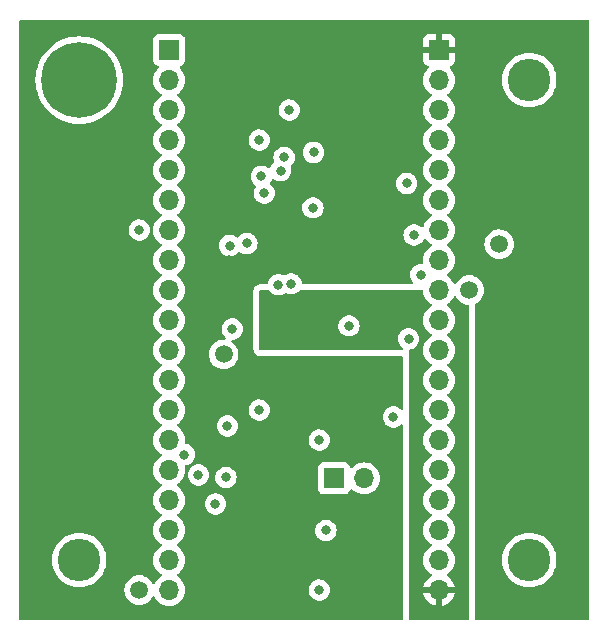
<source format=gbr>
%TF.GenerationSoftware,KiCad,Pcbnew,7.0.9-7.0.9~ubuntu22.04.1*%
%TF.CreationDate,2023-12-17T20:48:01-06:00*%
%TF.ProjectId,ultrasonic_microphone,756c7472-6173-46f6-9e69-635f6d696372,rev?*%
%TF.SameCoordinates,Original*%
%TF.FileFunction,Copper,L3,Inr*%
%TF.FilePolarity,Positive*%
%FSLAX46Y46*%
G04 Gerber Fmt 4.6, Leading zero omitted, Abs format (unit mm)*
G04 Created by KiCad (PCBNEW 7.0.9-7.0.9~ubuntu22.04.1) date 2023-12-17 20:48:01*
%MOMM*%
%LPD*%
G01*
G04 APERTURE LIST*
%TA.AperFunction,ComponentPad*%
%ADD10C,1.500000*%
%TD*%
%TA.AperFunction,ComponentPad*%
%ADD11C,6.400000*%
%TD*%
%TA.AperFunction,ComponentPad*%
%ADD12C,3.600000*%
%TD*%
%TA.AperFunction,ComponentPad*%
%ADD13O,1.700000X1.700000*%
%TD*%
%TA.AperFunction,ComponentPad*%
%ADD14R,1.700000X1.700000*%
%TD*%
%TA.AperFunction,ViaPad*%
%ADD15C,0.800000*%
%TD*%
G04 APERTURE END LIST*
D10*
%TO.N,Net-(J3-Pin_1)*%
%TO.C,TP22*%
X129540000Y-76200000D03*
%TD*%
%TO.N,Net-(U4-REGCAPA)*%
%TO.C,TP21*%
X136688230Y-56250138D03*
%TD*%
%TO.N,Net-(U5-V1P8ANA)*%
%TO.C,TP25*%
X157480000Y-50800000D03*
%TD*%
%TO.N,Net-(U5-V1P8DIG)*%
%TO.C,TP24*%
X160020000Y-46913934D03*
%TD*%
D11*
%TO.N,GND*%
%TO.C,GND*%
X124460000Y-33020000D03*
%TD*%
D12*
%TO.N,N/C*%
%TO.C,REF\u002A\u002A*%
X162560000Y-33020000D03*
%TD*%
%TO.N,N/C*%
%TO.C,REF\u002A\u002A*%
X162560000Y-73660000D03*
%TD*%
%TO.N,N/C*%
%TO.C,REF\u002A\u002A*%
X124460000Y-73660000D03*
%TD*%
D13*
%TO.N,unconnected-(J2-CLK-Pad19)*%
%TO.C,J2*%
X132080000Y-76200000D03*
%TO.N,unconnected-(J2-SD0-Pad18)*%
X132080000Y-73660000D03*
%TO.N,unconnected-(J2-SD1-Pad17)*%
X132080000Y-71120000D03*
%TO.N,unconnected-(J2-P15-Pad16)*%
X132080000Y-68580000D03*
%TO.N,G2*%
X132080000Y-66040000D03*
%TO.N,MCLK*%
X132080000Y-63500000D03*
%TO.N,unconnected-(J2-P4-Pad13)*%
X132080000Y-60960000D03*
%TO.N,unconnected-(J2-P16-Pad12)*%
X132080000Y-58420000D03*
%TO.N,unconnected-(J2-P17-Pad11)*%
X132080000Y-55880000D03*
%TO.N,ADC_CS\u002A*%
X132080000Y-53340000D03*
%TO.N,SCLK_SPI*%
X132080000Y-50800000D03*
%TO.N,MISO_SPI*%
X132080000Y-48260000D03*
%TO.N,GND*%
X132080000Y-45720000D03*
%TO.N,INT1*%
X132080000Y-43180000D03*
%TO.N,unconnected-(J2-RX-Pad5)*%
X132080000Y-40640000D03*
%TO.N,unconnected-(J2-TX-Pad4)*%
X132080000Y-38100000D03*
%TO.N,unconnected-(J2-P22-Pad3)*%
X132080000Y-35560000D03*
%TO.N,MOSI_SPI*%
X132080000Y-33020000D03*
D14*
%TO.N,unconnected-(J2-GND-Pad1)*%
X132080000Y-30480000D03*
%TD*%
%TO.N,Net-(J3-Pin_1)*%
%TO.C,J3*%
X146045000Y-66745000D03*
D13*
%TO.N,GND*%
X148585000Y-66745000D03*
%TD*%
D14*
%TO.N,+3.3V*%
%TO.C,J1*%
X154940000Y-30480000D03*
D13*
%TO.N,unconnected-(J1-EN-Pad2)*%
X154940000Y-33020000D03*
%TO.N,unconnected-(J1-SVP-Pad3)*%
X154940000Y-35560000D03*
%TO.N,unconnected-(J1-SVN-Pad4)*%
X154940000Y-38100000D03*
%TO.N,ADC_DRDY\u002A*%
X154940000Y-40640000D03*
%TO.N,ACCEL_DRDY*%
X154940000Y-43180000D03*
%TO.N,ACCEL_CS\u002A*%
X154940000Y-45720000D03*
%TO.N,ADC_SYNC*%
X154940000Y-48260000D03*
%TO.N,unconnected-(J1-P25-Pad9)*%
X154940000Y-50800000D03*
%TO.N,AMP_OUT*%
X154940000Y-53340000D03*
%TO.N,VGND*%
X154940000Y-55880000D03*
%TO.N,REF*%
X154940000Y-58420000D03*
%TO.N,G1*%
X154940000Y-60960000D03*
%TO.N,unconnected-(J1-GND-Pad14)*%
X154940000Y-63500000D03*
%TO.N,G0*%
X154940000Y-66040000D03*
%TO.N,unconnected-(J1-SD2-Pad16)*%
X154940000Y-68580000D03*
%TO.N,unconnected-(J1-SD3-Pad17)*%
X154940000Y-71120000D03*
%TO.N,unconnected-(J1-CMD-Pad18)*%
X154940000Y-73660000D03*
%TO.N,+5V*%
X154940000Y-76200000D03*
%TD*%
D15*
%TO.N,GND*%
X137417582Y-54093489D03*
%TO.N,MISO_SPI*%
X129540000Y-45720000D03*
%TO.N,MOSI_SPI*%
X141803624Y-39578289D03*
%TO.N,ADC_DRDY\u002A*%
X139892868Y-41174424D03*
%TO.N,MOSI_SPI*%
X139700000Y-38100000D03*
%TO.N,REF*%
X135998352Y-68920918D03*
%TO.N,GND*%
X152813219Y-46129976D03*
X147290193Y-53831803D03*
X144780000Y-63500000D03*
X152341757Y-54929598D03*
%TO.N,Net-(U1-IN)*%
X133356597Y-64729076D03*
X136882534Y-66670015D03*
%TO.N,GND*%
X145344112Y-71156781D03*
%TO.N,G2*%
X136999540Y-62307849D03*
%TO.N,+5V*%
X144766735Y-54851801D03*
%TO.N,GND*%
X137201285Y-47043106D03*
X152183694Y-41772518D03*
X134549282Y-66450024D03*
X153366736Y-49511862D03*
%TO.N,+3.3V*%
X152400000Y-43180000D03*
X143665901Y-70279671D03*
X145036632Y-41616872D03*
X144565026Y-49285049D03*
X142240000Y-63500000D03*
X137160000Y-48260000D03*
%TO.N,REF*%
X141325449Y-50347438D03*
X151051005Y-61546519D03*
%TO.N,Net-(U4-REGCAPA)*%
X138649680Y-46851402D03*
%TO.N,Net-(C11-Pad1)*%
X144780000Y-76200000D03*
%TO.N,VGND*%
X139700000Y-60960000D03*
X142402922Y-50271635D03*
%TO.N,MCLK*%
X140123478Y-42595610D03*
%TO.N,ACCEL_CS\u002A*%
X144248069Y-43837913D03*
%TO.N,MOSI_SPI*%
X142240000Y-35560000D03*
%TO.N,MISO_SPI*%
X144304062Y-39148529D03*
%TO.N,SCLK_SPI*%
X141509811Y-40679983D03*
%TD*%
%TA.AperFunction,Conductor*%
%TO.N,+3.3V*%
G36*
X167582539Y-27960185D02*
G01*
X167628294Y-28012989D01*
X167639500Y-28064500D01*
X167639500Y-78615500D01*
X167619815Y-78682539D01*
X167567011Y-78728294D01*
X167515500Y-78739500D01*
X158109500Y-78739500D01*
X158042461Y-78719815D01*
X157996706Y-78667011D01*
X157985500Y-78615500D01*
X157985500Y-73660000D01*
X160254564Y-73660000D01*
X160274287Y-73960918D01*
X160274288Y-73960930D01*
X160333118Y-74256683D01*
X160333122Y-74256698D01*
X160430053Y-74542247D01*
X160430062Y-74542268D01*
X160563431Y-74812713D01*
X160563435Y-74812720D01*
X160730973Y-75063459D01*
X160929810Y-75290189D01*
X161156540Y-75489026D01*
X161407279Y-75656564D01*
X161407286Y-75656568D01*
X161677731Y-75789937D01*
X161677736Y-75789939D01*
X161677748Y-75789945D01*
X161963309Y-75886880D01*
X162163251Y-75926651D01*
X162259069Y-75945711D01*
X162259070Y-75945711D01*
X162259080Y-75945713D01*
X162560000Y-75965436D01*
X162860920Y-75945713D01*
X163156691Y-75886880D01*
X163442252Y-75789945D01*
X163712718Y-75656566D01*
X163963461Y-75489025D01*
X164190189Y-75290189D01*
X164389025Y-75063461D01*
X164556566Y-74812718D01*
X164689945Y-74542252D01*
X164786880Y-74256691D01*
X164845713Y-73960920D01*
X164865436Y-73660000D01*
X164845713Y-73359080D01*
X164786880Y-73063309D01*
X164689945Y-72777748D01*
X164556566Y-72507282D01*
X164446798Y-72343002D01*
X164389026Y-72256540D01*
X164190189Y-72029810D01*
X163963459Y-71830973D01*
X163712720Y-71663435D01*
X163712713Y-71663431D01*
X163442268Y-71530062D01*
X163442247Y-71530053D01*
X163156698Y-71433122D01*
X163156692Y-71433120D01*
X163156691Y-71433120D01*
X163156689Y-71433119D01*
X163156683Y-71433118D01*
X162860930Y-71374288D01*
X162860921Y-71374287D01*
X162860920Y-71374287D01*
X162560000Y-71354564D01*
X162259080Y-71374287D01*
X162259079Y-71374287D01*
X162259069Y-71374288D01*
X161963316Y-71433118D01*
X161963301Y-71433122D01*
X161677752Y-71530053D01*
X161677731Y-71530062D01*
X161407286Y-71663431D01*
X161407279Y-71663435D01*
X161156540Y-71830973D01*
X160929810Y-72029810D01*
X160730973Y-72256540D01*
X160563435Y-72507279D01*
X160563431Y-72507286D01*
X160430062Y-72777731D01*
X160430053Y-72777752D01*
X160333122Y-73063301D01*
X160333118Y-73063316D01*
X160274288Y-73359069D01*
X160274287Y-73359081D01*
X160254564Y-73660000D01*
X157985500Y-73660000D01*
X157985500Y-52168897D01*
X157978164Y-52083097D01*
X157978165Y-52083099D01*
X157972626Y-52050944D01*
X157980644Y-51981536D01*
X158024915Y-51927481D01*
X158042409Y-51917518D01*
X158107639Y-51887102D01*
X158286877Y-51761598D01*
X158441598Y-51606877D01*
X158567102Y-51427639D01*
X158659575Y-51229330D01*
X158716207Y-51017977D01*
X158735277Y-50800000D01*
X158716207Y-50582023D01*
X158681548Y-50452675D01*
X158659577Y-50370677D01*
X158659576Y-50370676D01*
X158659575Y-50370670D01*
X158567102Y-50172362D01*
X158567100Y-50172359D01*
X158567099Y-50172357D01*
X158441599Y-49993124D01*
X158377072Y-49928597D01*
X158286877Y-49838402D01*
X158107639Y-49712898D01*
X158107640Y-49712898D01*
X158107638Y-49712897D01*
X158008484Y-49666661D01*
X157909330Y-49620425D01*
X157909326Y-49620424D01*
X157909322Y-49620422D01*
X157697977Y-49563793D01*
X157480002Y-49544723D01*
X157479998Y-49544723D01*
X157387105Y-49552850D01*
X157262023Y-49563793D01*
X157262020Y-49563793D01*
X157050677Y-49620422D01*
X157050670Y-49620424D01*
X157050670Y-49620425D01*
X157035601Y-49627452D01*
X156852361Y-49712898D01*
X156852357Y-49712900D01*
X156673121Y-49838402D01*
X156518402Y-49993121D01*
X156392900Y-50172357D01*
X156392899Y-50172359D01*
X156377549Y-50205277D01*
X156331375Y-50257715D01*
X156264181Y-50276865D01*
X156197300Y-50256648D01*
X156152788Y-50205276D01*
X156114035Y-50122171D01*
X155978495Y-49928599D01*
X155978494Y-49928597D01*
X155811402Y-49761506D01*
X155811396Y-49761501D01*
X155625842Y-49631575D01*
X155582217Y-49576998D01*
X155575023Y-49507500D01*
X155606546Y-49445145D01*
X155625842Y-49428425D01*
X155707660Y-49371135D01*
X155811401Y-49298495D01*
X155978495Y-49131401D01*
X156114035Y-48937830D01*
X156213903Y-48723663D01*
X156275063Y-48495408D01*
X156295659Y-48260000D01*
X156275063Y-48024592D01*
X156213903Y-47796337D01*
X156114035Y-47582171D01*
X156111909Y-47579134D01*
X155978494Y-47388597D01*
X155811402Y-47221506D01*
X155811396Y-47221501D01*
X155625842Y-47091575D01*
X155582217Y-47036998D01*
X155575023Y-46967500D01*
X155602102Y-46913936D01*
X158764723Y-46913936D01*
X158783793Y-47131909D01*
X158783793Y-47131913D01*
X158840422Y-47343256D01*
X158840424Y-47343260D01*
X158840425Y-47343264D01*
X158872193Y-47411390D01*
X158932897Y-47541572D01*
X158947053Y-47561788D01*
X159058402Y-47720811D01*
X159213123Y-47875532D01*
X159392361Y-48001036D01*
X159590670Y-48093509D01*
X159802023Y-48150141D01*
X159984926Y-48166142D01*
X160019998Y-48169211D01*
X160020000Y-48169211D01*
X160020002Y-48169211D01*
X160048254Y-48166739D01*
X160237977Y-48150141D01*
X160449330Y-48093509D01*
X160647639Y-48001036D01*
X160826877Y-47875532D01*
X160981598Y-47720811D01*
X161107102Y-47541573D01*
X161199575Y-47343264D01*
X161256207Y-47131911D01*
X161275260Y-46914127D01*
X161275277Y-46913936D01*
X161275277Y-46913931D01*
X161269806Y-46851402D01*
X161256207Y-46695957D01*
X161199575Y-46484604D01*
X161107102Y-46286296D01*
X161107100Y-46286293D01*
X161107099Y-46286291D01*
X160981599Y-46107058D01*
X160941791Y-46067250D01*
X160826877Y-45952336D01*
X160647639Y-45826832D01*
X160647640Y-45826832D01*
X160647638Y-45826831D01*
X160548484Y-45780595D01*
X160449330Y-45734359D01*
X160449326Y-45734358D01*
X160449322Y-45734356D01*
X160237977Y-45677727D01*
X160020002Y-45658657D01*
X160019998Y-45658657D01*
X159874682Y-45671370D01*
X159802023Y-45677727D01*
X159802020Y-45677727D01*
X159590677Y-45734356D01*
X159590668Y-45734360D01*
X159392361Y-45826832D01*
X159392357Y-45826834D01*
X159213121Y-45952336D01*
X159058402Y-46107055D01*
X158932900Y-46286291D01*
X158932898Y-46286295D01*
X158840426Y-46484602D01*
X158840422Y-46484611D01*
X158783793Y-46695954D01*
X158783793Y-46695958D01*
X158764723Y-46913931D01*
X158764723Y-46913936D01*
X155602102Y-46913936D01*
X155606546Y-46905145D01*
X155625842Y-46888425D01*
X155678716Y-46851402D01*
X155811401Y-46758495D01*
X155978495Y-46591401D01*
X156114035Y-46397830D01*
X156213903Y-46183663D01*
X156275063Y-45955408D01*
X156295659Y-45720000D01*
X156275063Y-45484592D01*
X156213903Y-45256337D01*
X156114035Y-45042171D01*
X156039590Y-44935851D01*
X155978494Y-44848597D01*
X155811402Y-44681506D01*
X155811396Y-44681501D01*
X155625842Y-44551575D01*
X155582217Y-44496998D01*
X155575023Y-44427500D01*
X155606546Y-44365145D01*
X155625842Y-44348425D01*
X155648026Y-44332891D01*
X155811401Y-44218495D01*
X155978495Y-44051401D01*
X156114035Y-43857830D01*
X156213903Y-43643663D01*
X156275063Y-43415408D01*
X156295659Y-43180000D01*
X156275063Y-42944592D01*
X156213903Y-42716337D01*
X156114035Y-42502171D01*
X155978495Y-42308599D01*
X155978494Y-42308597D01*
X155811402Y-42141506D01*
X155811396Y-42141501D01*
X155625842Y-42011575D01*
X155582217Y-41956998D01*
X155575023Y-41887500D01*
X155606546Y-41825145D01*
X155625842Y-41808425D01*
X155677122Y-41772518D01*
X155811401Y-41678495D01*
X155978495Y-41511401D01*
X156114035Y-41317830D01*
X156213903Y-41103663D01*
X156275063Y-40875408D01*
X156295659Y-40640000D01*
X156275063Y-40404592D01*
X156213903Y-40176337D01*
X156114035Y-39962171D01*
X156103114Y-39946573D01*
X155978494Y-39768597D01*
X155811402Y-39601506D01*
X155811396Y-39601501D01*
X155625842Y-39471575D01*
X155582217Y-39416998D01*
X155575023Y-39347500D01*
X155606546Y-39285145D01*
X155625842Y-39268425D01*
X155648026Y-39252891D01*
X155811401Y-39138495D01*
X155978495Y-38971401D01*
X156114035Y-38777830D01*
X156213903Y-38563663D01*
X156275063Y-38335408D01*
X156295659Y-38100000D01*
X156275063Y-37864592D01*
X156213903Y-37636337D01*
X156114035Y-37422171D01*
X156039590Y-37315851D01*
X155978494Y-37228597D01*
X155811402Y-37061506D01*
X155811396Y-37061501D01*
X155625842Y-36931575D01*
X155582217Y-36876998D01*
X155575023Y-36807500D01*
X155606546Y-36745145D01*
X155625842Y-36728425D01*
X155745553Y-36644602D01*
X155811401Y-36598495D01*
X155978495Y-36431401D01*
X156114035Y-36237830D01*
X156213903Y-36023663D01*
X156275063Y-35795408D01*
X156295659Y-35560000D01*
X156275063Y-35324592D01*
X156213903Y-35096337D01*
X156114035Y-34882171D01*
X156107469Y-34872793D01*
X155978494Y-34688597D01*
X155811402Y-34521506D01*
X155811396Y-34521501D01*
X155625842Y-34391575D01*
X155582217Y-34336998D01*
X155575023Y-34267500D01*
X155606546Y-34205145D01*
X155625842Y-34188425D01*
X155659172Y-34165087D01*
X155811401Y-34058495D01*
X155978495Y-33891401D01*
X156114035Y-33697830D01*
X156213903Y-33483663D01*
X156275063Y-33255408D01*
X156295659Y-33020000D01*
X160254564Y-33020000D01*
X160274287Y-33320918D01*
X160274288Y-33320930D01*
X160333118Y-33616683D01*
X160333122Y-33616698D01*
X160430053Y-33902247D01*
X160430062Y-33902268D01*
X160563431Y-34172713D01*
X160563435Y-34172720D01*
X160730973Y-34423459D01*
X160929810Y-34650189D01*
X161156540Y-34849026D01*
X161407279Y-35016564D01*
X161407286Y-35016568D01*
X161677731Y-35149937D01*
X161677736Y-35149939D01*
X161677748Y-35149945D01*
X161963309Y-35246880D01*
X162163251Y-35286651D01*
X162259069Y-35305711D01*
X162259070Y-35305711D01*
X162259080Y-35305713D01*
X162560000Y-35325436D01*
X162860920Y-35305713D01*
X163156691Y-35246880D01*
X163442252Y-35149945D01*
X163712718Y-35016566D01*
X163963461Y-34849025D01*
X164190189Y-34650189D01*
X164389025Y-34423461D01*
X164556566Y-34172718D01*
X164689945Y-33902252D01*
X164786880Y-33616691D01*
X164845713Y-33320920D01*
X164865436Y-33020000D01*
X164845713Y-32719080D01*
X164786880Y-32423309D01*
X164689945Y-32137748D01*
X164635169Y-32026674D01*
X164556568Y-31867286D01*
X164556564Y-31867279D01*
X164389026Y-31616540D01*
X164190189Y-31389810D01*
X163963459Y-31190973D01*
X163712720Y-31023435D01*
X163712713Y-31023431D01*
X163442268Y-30890062D01*
X163442247Y-30890053D01*
X163156698Y-30793122D01*
X163156692Y-30793120D01*
X163156691Y-30793120D01*
X163156689Y-30793119D01*
X163156683Y-30793118D01*
X162860930Y-30734288D01*
X162860921Y-30734287D01*
X162860920Y-30734287D01*
X162560000Y-30714564D01*
X162259080Y-30734287D01*
X162259079Y-30734287D01*
X162259069Y-30734288D01*
X161963316Y-30793118D01*
X161963301Y-30793122D01*
X161677752Y-30890053D01*
X161677731Y-30890062D01*
X161407286Y-31023431D01*
X161407279Y-31023435D01*
X161156540Y-31190973D01*
X160929810Y-31389810D01*
X160730973Y-31616540D01*
X160563435Y-31867279D01*
X160563431Y-31867286D01*
X160430062Y-32137731D01*
X160430053Y-32137752D01*
X160333122Y-32423301D01*
X160333118Y-32423316D01*
X160274288Y-32719069D01*
X160274287Y-32719081D01*
X160254564Y-33020000D01*
X156295659Y-33020000D01*
X156275063Y-32784592D01*
X156213903Y-32556337D01*
X156114035Y-32342171D01*
X156049195Y-32249570D01*
X155978496Y-32148600D01*
X155967627Y-32137731D01*
X155856179Y-32026283D01*
X155822696Y-31964963D01*
X155827680Y-31895271D01*
X155869551Y-31839337D01*
X155900529Y-31822422D01*
X156032086Y-31773354D01*
X156032093Y-31773350D01*
X156147187Y-31687190D01*
X156147190Y-31687187D01*
X156233350Y-31572093D01*
X156233354Y-31572086D01*
X156283596Y-31437379D01*
X156283598Y-31437372D01*
X156289999Y-31377844D01*
X156290000Y-31377827D01*
X156290000Y-30730000D01*
X155373686Y-30730000D01*
X155399493Y-30689844D01*
X155440000Y-30551889D01*
X155440000Y-30408111D01*
X155399493Y-30270156D01*
X155373686Y-30230000D01*
X156290000Y-30230000D01*
X156290000Y-29582172D01*
X156289999Y-29582155D01*
X156283598Y-29522627D01*
X156283596Y-29522620D01*
X156233354Y-29387913D01*
X156233350Y-29387906D01*
X156147190Y-29272812D01*
X156147187Y-29272809D01*
X156032093Y-29186649D01*
X156032086Y-29186645D01*
X155897379Y-29136403D01*
X155897372Y-29136401D01*
X155837844Y-29130000D01*
X155190000Y-29130000D01*
X155190000Y-30044498D01*
X155082315Y-29995320D01*
X154975763Y-29980000D01*
X154904237Y-29980000D01*
X154797685Y-29995320D01*
X154690000Y-30044498D01*
X154690000Y-29130000D01*
X154042155Y-29130000D01*
X153982627Y-29136401D01*
X153982620Y-29136403D01*
X153847913Y-29186645D01*
X153847906Y-29186649D01*
X153732812Y-29272809D01*
X153732809Y-29272812D01*
X153646649Y-29387906D01*
X153646645Y-29387913D01*
X153596403Y-29522620D01*
X153596401Y-29522627D01*
X153590000Y-29582155D01*
X153590000Y-30230000D01*
X154506314Y-30230000D01*
X154480507Y-30270156D01*
X154440000Y-30408111D01*
X154440000Y-30551889D01*
X154480507Y-30689844D01*
X154506314Y-30730000D01*
X153590000Y-30730000D01*
X153590000Y-31377844D01*
X153596401Y-31437372D01*
X153596403Y-31437379D01*
X153646645Y-31572086D01*
X153646649Y-31572093D01*
X153732809Y-31687187D01*
X153732812Y-31687190D01*
X153847906Y-31773350D01*
X153847913Y-31773354D01*
X153979470Y-31822421D01*
X154035403Y-31864292D01*
X154059821Y-31929756D01*
X154044970Y-31998029D01*
X154023819Y-32026284D01*
X153901503Y-32148600D01*
X153765965Y-32342169D01*
X153765964Y-32342171D01*
X153666098Y-32556335D01*
X153666094Y-32556344D01*
X153604938Y-32784586D01*
X153604936Y-32784596D01*
X153584341Y-33019999D01*
X153584341Y-33020000D01*
X153604936Y-33255403D01*
X153604938Y-33255413D01*
X153666094Y-33483655D01*
X153666096Y-33483659D01*
X153666097Y-33483663D01*
X153765965Y-33697830D01*
X153765967Y-33697834D01*
X153901501Y-33891395D01*
X153901506Y-33891402D01*
X154068597Y-34058493D01*
X154068603Y-34058498D01*
X154254158Y-34188425D01*
X154297783Y-34243002D01*
X154304977Y-34312500D01*
X154273454Y-34374855D01*
X154254158Y-34391575D01*
X154068597Y-34521505D01*
X153901505Y-34688597D01*
X153765965Y-34882169D01*
X153765964Y-34882171D01*
X153666098Y-35096335D01*
X153666094Y-35096344D01*
X153604938Y-35324586D01*
X153604936Y-35324596D01*
X153584341Y-35559999D01*
X153584341Y-35560000D01*
X153604936Y-35795403D01*
X153604938Y-35795413D01*
X153666094Y-36023655D01*
X153666096Y-36023659D01*
X153666097Y-36023663D01*
X153698063Y-36092214D01*
X153765965Y-36237830D01*
X153765967Y-36237834D01*
X153901501Y-36431395D01*
X153901506Y-36431402D01*
X154068597Y-36598493D01*
X154068603Y-36598498D01*
X154254158Y-36728425D01*
X154297783Y-36783002D01*
X154304977Y-36852500D01*
X154273454Y-36914855D01*
X154254158Y-36931575D01*
X154068597Y-37061505D01*
X153901505Y-37228597D01*
X153765965Y-37422169D01*
X153765964Y-37422171D01*
X153666098Y-37636335D01*
X153666094Y-37636344D01*
X153604938Y-37864586D01*
X153604936Y-37864596D01*
X153584341Y-38099999D01*
X153584341Y-38100000D01*
X153604936Y-38335403D01*
X153604938Y-38335413D01*
X153666094Y-38563655D01*
X153666096Y-38563659D01*
X153666097Y-38563663D01*
X153690649Y-38616314D01*
X153765965Y-38777830D01*
X153765967Y-38777834D01*
X153901501Y-38971395D01*
X153901506Y-38971402D01*
X154068597Y-39138493D01*
X154068603Y-39138498D01*
X154254158Y-39268425D01*
X154297783Y-39323002D01*
X154304977Y-39392500D01*
X154273454Y-39454855D01*
X154254158Y-39471575D01*
X154068597Y-39601505D01*
X153901505Y-39768597D01*
X153765965Y-39962169D01*
X153765964Y-39962171D01*
X153666098Y-40176335D01*
X153666094Y-40176344D01*
X153604938Y-40404586D01*
X153604936Y-40404596D01*
X153584341Y-40639999D01*
X153584341Y-40640000D01*
X153604936Y-40875403D01*
X153604938Y-40875413D01*
X153666094Y-41103655D01*
X153666096Y-41103659D01*
X153666097Y-41103663D01*
X153765965Y-41317830D01*
X153765967Y-41317834D01*
X153901501Y-41511395D01*
X153901506Y-41511402D01*
X154068597Y-41678493D01*
X154068603Y-41678498D01*
X154254158Y-41808425D01*
X154297783Y-41863002D01*
X154304977Y-41932500D01*
X154273454Y-41994855D01*
X154254158Y-42011575D01*
X154068597Y-42141505D01*
X153901505Y-42308597D01*
X153765965Y-42502169D01*
X153765964Y-42502171D01*
X153666098Y-42716335D01*
X153666094Y-42716344D01*
X153604938Y-42944586D01*
X153604936Y-42944596D01*
X153584341Y-43179999D01*
X153584341Y-43180000D01*
X153604936Y-43415403D01*
X153604938Y-43415413D01*
X153666094Y-43643655D01*
X153666096Y-43643659D01*
X153666097Y-43643663D01*
X153756678Y-43837913D01*
X153765965Y-43857830D01*
X153765967Y-43857834D01*
X153874281Y-44012521D01*
X153883839Y-44026172D01*
X153901501Y-44051395D01*
X153901506Y-44051402D01*
X154068597Y-44218493D01*
X154068603Y-44218498D01*
X154254158Y-44348425D01*
X154297783Y-44403002D01*
X154304977Y-44472500D01*
X154273454Y-44534855D01*
X154254158Y-44551575D01*
X154068597Y-44681505D01*
X153901505Y-44848597D01*
X153765965Y-45042169D01*
X153765964Y-45042171D01*
X153666098Y-45256335D01*
X153666094Y-45256344D01*
X153627103Y-45401864D01*
X153590738Y-45461525D01*
X153527891Y-45492054D01*
X153458516Y-45483759D01*
X153425248Y-45459959D01*
X153423919Y-45461436D01*
X153419089Y-45457087D01*
X153265953Y-45345827D01*
X153265948Y-45345824D01*
X153093026Y-45268833D01*
X153093021Y-45268831D01*
X152947220Y-45237841D01*
X152907865Y-45229476D01*
X152718573Y-45229476D01*
X152686116Y-45236374D01*
X152533416Y-45268831D01*
X152533411Y-45268833D01*
X152360489Y-45345824D01*
X152360484Y-45345827D01*
X152207348Y-45457087D01*
X152080685Y-45597761D01*
X151986040Y-45761691D01*
X151986037Y-45761698D01*
X151938418Y-45908256D01*
X151927545Y-45941720D01*
X151907759Y-46129976D01*
X151927545Y-46318232D01*
X151927546Y-46318235D01*
X151986037Y-46498253D01*
X151986040Y-46498260D01*
X152080686Y-46662192D01*
X152167396Y-46758493D01*
X152207348Y-46802864D01*
X152360484Y-46914124D01*
X152360489Y-46914127D01*
X152533411Y-46991118D01*
X152533416Y-46991120D01*
X152718573Y-47030476D01*
X152718574Y-47030476D01*
X152907863Y-47030476D01*
X152907865Y-47030476D01*
X153093022Y-46991120D01*
X153265949Y-46914127D01*
X153419090Y-46802864D01*
X153545752Y-46662192D01*
X153631604Y-46513490D01*
X153682168Y-46465278D01*
X153750775Y-46452054D01*
X153815640Y-46478022D01*
X153840563Y-46504369D01*
X153901499Y-46591393D01*
X153901506Y-46591402D01*
X154068597Y-46758493D01*
X154068603Y-46758498D01*
X154254158Y-46888425D01*
X154297783Y-46943002D01*
X154304977Y-47012500D01*
X154273454Y-47074855D01*
X154254158Y-47091575D01*
X154068597Y-47221505D01*
X153901505Y-47388597D01*
X153765965Y-47582169D01*
X153765964Y-47582171D01*
X153666098Y-47796335D01*
X153666094Y-47796344D01*
X153604938Y-48024586D01*
X153604936Y-48024596D01*
X153584341Y-48259999D01*
X153584341Y-48260002D01*
X153603397Y-48477815D01*
X153589630Y-48546315D01*
X153541015Y-48596498D01*
X153472986Y-48612431D01*
X153466907Y-48611943D01*
X153461384Y-48611362D01*
X153461382Y-48611362D01*
X153272090Y-48611362D01*
X153239633Y-48618260D01*
X153086933Y-48650717D01*
X153086928Y-48650719D01*
X152914006Y-48727710D01*
X152914001Y-48727713D01*
X152760865Y-48838973D01*
X152634202Y-48979647D01*
X152539557Y-49143577D01*
X152539554Y-49143584D01*
X152489221Y-49298495D01*
X152481062Y-49323606D01*
X152461276Y-49511862D01*
X152481062Y-49700118D01*
X152481063Y-49700121D01*
X152539554Y-49880139D01*
X152539557Y-49880146D01*
X152634200Y-50044074D01*
X152634201Y-50044076D01*
X152634203Y-50044078D01*
X152673327Y-50087529D01*
X152703556Y-50150519D01*
X152694931Y-50219854D01*
X152650190Y-50273520D01*
X152583537Y-50294478D01*
X152581176Y-50294500D01*
X143422435Y-50294500D01*
X143355396Y-50274815D01*
X143309641Y-50222011D01*
X143299115Y-50183465D01*
X143288596Y-50083379D01*
X143230101Y-49903351D01*
X143135455Y-49739419D01*
X143008793Y-49598747D01*
X142960683Y-49563793D01*
X142855656Y-49487486D01*
X142855651Y-49487483D01*
X142682729Y-49410492D01*
X142682724Y-49410490D01*
X142536923Y-49379500D01*
X142497568Y-49371135D01*
X142308276Y-49371135D01*
X142275819Y-49378033D01*
X142123119Y-49410490D01*
X142123114Y-49410492D01*
X141950192Y-49487483D01*
X141950188Y-49487486D01*
X141878058Y-49539890D01*
X141812251Y-49563369D01*
X141754738Y-49552850D01*
X141605256Y-49486295D01*
X141605251Y-49486293D01*
X141459450Y-49455303D01*
X141420095Y-49446938D01*
X141230803Y-49446938D01*
X141198346Y-49453836D01*
X141045646Y-49486293D01*
X141045641Y-49486295D01*
X140872719Y-49563286D01*
X140872714Y-49563289D01*
X140719578Y-49674549D01*
X140592915Y-49815223D01*
X140498270Y-49979153D01*
X140498267Y-49979160D01*
X140439776Y-50159178D01*
X140439775Y-50159182D01*
X140437223Y-50183463D01*
X140410640Y-50248076D01*
X140353342Y-50288061D01*
X140313903Y-50294500D01*
X139824000Y-50294500D01*
X139823991Y-50294500D01*
X139823990Y-50294501D01*
X139716549Y-50306052D01*
X139716537Y-50306054D01*
X139665027Y-50317260D01*
X139562502Y-50351383D01*
X139562496Y-50351386D01*
X139441462Y-50429171D01*
X139441451Y-50429179D01*
X139388659Y-50474923D01*
X139294433Y-50583664D01*
X139294430Y-50583668D01*
X139234664Y-50714534D01*
X139214978Y-50781575D01*
X139214976Y-50781580D01*
X139198595Y-50895516D01*
X139194500Y-50924000D01*
X139194500Y-53831801D01*
X139194500Y-54929596D01*
X139194500Y-55756000D01*
X139194501Y-55756009D01*
X139206052Y-55863450D01*
X139206054Y-55863462D01*
X139217260Y-55914972D01*
X139251383Y-56017497D01*
X139251386Y-56017503D01*
X139329171Y-56138537D01*
X139329179Y-56138548D01*
X139374923Y-56191340D01*
X139374926Y-56191343D01*
X139374930Y-56191347D01*
X139483664Y-56285567D01*
X139483667Y-56285568D01*
X139483668Y-56285569D01*
X139610875Y-56343664D01*
X139614541Y-56345338D01*
X139659357Y-56358497D01*
X139681575Y-56365022D01*
X139681580Y-56365023D01*
X139681584Y-56365024D01*
X139824000Y-56385500D01*
X139824003Y-56385500D01*
X151750663Y-56385500D01*
X151751742Y-56385438D01*
X151763420Y-56384770D01*
X151831473Y-56400594D01*
X151880168Y-56450699D01*
X151894500Y-56508568D01*
X151894500Y-60814508D01*
X151874815Y-60881547D01*
X151822011Y-60927302D01*
X151752853Y-60937246D01*
X151689297Y-60908221D01*
X151678351Y-60897481D01*
X151656876Y-60873631D01*
X151656875Y-60873630D01*
X151503739Y-60762370D01*
X151503734Y-60762367D01*
X151330812Y-60685376D01*
X151330807Y-60685374D01*
X151185006Y-60654384D01*
X151145651Y-60646019D01*
X150956359Y-60646019D01*
X150923902Y-60652917D01*
X150771202Y-60685374D01*
X150771197Y-60685376D01*
X150598275Y-60762367D01*
X150598270Y-60762370D01*
X150445134Y-60873630D01*
X150318471Y-61014304D01*
X150223826Y-61178234D01*
X150223823Y-61178241D01*
X150165332Y-61358259D01*
X150165331Y-61358263D01*
X150145545Y-61546519D01*
X150165331Y-61734775D01*
X150165332Y-61734778D01*
X150223823Y-61914796D01*
X150223826Y-61914803D01*
X150318472Y-62078735D01*
X150391858Y-62160238D01*
X150445134Y-62219407D01*
X150598270Y-62330667D01*
X150598275Y-62330670D01*
X150771197Y-62407661D01*
X150771202Y-62407663D01*
X150956359Y-62447019D01*
X150956360Y-62447019D01*
X151145649Y-62447019D01*
X151145651Y-62447019D01*
X151330808Y-62407663D01*
X151503735Y-62330670D01*
X151656876Y-62219407D01*
X151678350Y-62195556D01*
X151737835Y-62158909D01*
X151807692Y-62160238D01*
X151865741Y-62199124D01*
X151893551Y-62263221D01*
X151894500Y-62278529D01*
X151894500Y-78615500D01*
X151874815Y-78682539D01*
X151822011Y-78728294D01*
X151770500Y-78739500D01*
X119504500Y-78739500D01*
X119437461Y-78719815D01*
X119391706Y-78667011D01*
X119380500Y-78615500D01*
X119380500Y-76200002D01*
X128284723Y-76200002D01*
X128303793Y-76417975D01*
X128303793Y-76417979D01*
X128360422Y-76629322D01*
X128360424Y-76629326D01*
X128360425Y-76629330D01*
X128404167Y-76723135D01*
X128452897Y-76827638D01*
X128452898Y-76827639D01*
X128578402Y-77006877D01*
X128733123Y-77161598D01*
X128912361Y-77287102D01*
X129110670Y-77379575D01*
X129322023Y-77436207D01*
X129504926Y-77452208D01*
X129539998Y-77455277D01*
X129540000Y-77455277D01*
X129540002Y-77455277D01*
X129568254Y-77452805D01*
X129757977Y-77436207D01*
X129969330Y-77379575D01*
X130167639Y-77287102D01*
X130346877Y-77161598D01*
X130501598Y-77006877D01*
X130627102Y-76827639D01*
X130642449Y-76794726D01*
X130688621Y-76742287D01*
X130755814Y-76723135D01*
X130822695Y-76743350D01*
X130867212Y-76794725D01*
X130903661Y-76872888D01*
X130905965Y-76877830D01*
X130905967Y-76877834D01*
X131014281Y-77032521D01*
X131041505Y-77071401D01*
X131208599Y-77238495D01*
X131278017Y-77287102D01*
X131402165Y-77374032D01*
X131402167Y-77374033D01*
X131402170Y-77374035D01*
X131616337Y-77473903D01*
X131844592Y-77535063D01*
X132032918Y-77551539D01*
X132079999Y-77555659D01*
X132080000Y-77555659D01*
X132080001Y-77555659D01*
X132119234Y-77552226D01*
X132315408Y-77535063D01*
X132543663Y-77473903D01*
X132757830Y-77374035D01*
X132951401Y-77238495D01*
X133118495Y-77071401D01*
X133254035Y-76877830D01*
X133353903Y-76663663D01*
X133415063Y-76435408D01*
X133435659Y-76200000D01*
X143874540Y-76200000D01*
X143894326Y-76388256D01*
X143894327Y-76388259D01*
X143952818Y-76568277D01*
X143952821Y-76568284D01*
X144047467Y-76732216D01*
X144133383Y-76827635D01*
X144174129Y-76872888D01*
X144327265Y-76984148D01*
X144327270Y-76984151D01*
X144500192Y-77061142D01*
X144500197Y-77061144D01*
X144685354Y-77100500D01*
X144685355Y-77100500D01*
X144874644Y-77100500D01*
X144874646Y-77100500D01*
X145059803Y-77061144D01*
X145232730Y-76984151D01*
X145385871Y-76872888D01*
X145512533Y-76732216D01*
X145607179Y-76568284D01*
X145665674Y-76388256D01*
X145685460Y-76200000D01*
X145665674Y-76011744D01*
X145607179Y-75831716D01*
X145512533Y-75667784D01*
X145385871Y-75527112D01*
X145385870Y-75527111D01*
X145232734Y-75415851D01*
X145232729Y-75415848D01*
X145059807Y-75338857D01*
X145059802Y-75338855D01*
X144914001Y-75307865D01*
X144874646Y-75299500D01*
X144685354Y-75299500D01*
X144652897Y-75306398D01*
X144500197Y-75338855D01*
X144500192Y-75338857D01*
X144327270Y-75415848D01*
X144327265Y-75415851D01*
X144174129Y-75527111D01*
X144047466Y-75667785D01*
X143952821Y-75831715D01*
X143952818Y-75831722D01*
X143894327Y-76011740D01*
X143894326Y-76011744D01*
X143874540Y-76200000D01*
X133435659Y-76200000D01*
X133415063Y-75964592D01*
X133353903Y-75736337D01*
X133254035Y-75522171D01*
X133179590Y-75415851D01*
X133118494Y-75328597D01*
X132951402Y-75161506D01*
X132951396Y-75161501D01*
X132765842Y-75031575D01*
X132722217Y-74976998D01*
X132715023Y-74907500D01*
X132746546Y-74845145D01*
X132765842Y-74828425D01*
X132788281Y-74812713D01*
X132951401Y-74698495D01*
X133118495Y-74531401D01*
X133254035Y-74337830D01*
X133353903Y-74123663D01*
X133415063Y-73895408D01*
X133435659Y-73660000D01*
X133415063Y-73424592D01*
X133353903Y-73196337D01*
X133254035Y-72982171D01*
X133118495Y-72788599D01*
X133118494Y-72788597D01*
X132951402Y-72621506D01*
X132951396Y-72621501D01*
X132765842Y-72491575D01*
X132722217Y-72436998D01*
X132715023Y-72367500D01*
X132746546Y-72305145D01*
X132765842Y-72288425D01*
X132811380Y-72256539D01*
X132951401Y-72158495D01*
X133118495Y-71991401D01*
X133254035Y-71797830D01*
X133353903Y-71583663D01*
X133415063Y-71355408D01*
X133432441Y-71156781D01*
X144438652Y-71156781D01*
X144458438Y-71345037D01*
X144458439Y-71345040D01*
X144516930Y-71525058D01*
X144516933Y-71525065D01*
X144611579Y-71688997D01*
X144709573Y-71797830D01*
X144738241Y-71829669D01*
X144891377Y-71940929D01*
X144891382Y-71940932D01*
X145064304Y-72017923D01*
X145064309Y-72017925D01*
X145249466Y-72057281D01*
X145249467Y-72057281D01*
X145438756Y-72057281D01*
X145438758Y-72057281D01*
X145623915Y-72017925D01*
X145796842Y-71940932D01*
X145949983Y-71829669D01*
X146076645Y-71688997D01*
X146171291Y-71525065D01*
X146229786Y-71345037D01*
X146249572Y-71156781D01*
X146229786Y-70968525D01*
X146171291Y-70788497D01*
X146076645Y-70624565D01*
X145949983Y-70483893D01*
X145949982Y-70483892D01*
X145796846Y-70372632D01*
X145796841Y-70372629D01*
X145623919Y-70295638D01*
X145623914Y-70295636D01*
X145478113Y-70264646D01*
X145438758Y-70256281D01*
X145249466Y-70256281D01*
X145217009Y-70263179D01*
X145064309Y-70295636D01*
X145064304Y-70295638D01*
X144891382Y-70372629D01*
X144891377Y-70372632D01*
X144738241Y-70483892D01*
X144611578Y-70624566D01*
X144516933Y-70788496D01*
X144516930Y-70788503D01*
X144485708Y-70884596D01*
X144458438Y-70968525D01*
X144438652Y-71156781D01*
X133432441Y-71156781D01*
X133435659Y-71120000D01*
X133415063Y-70884592D01*
X133353903Y-70656337D01*
X133254035Y-70442171D01*
X133205344Y-70372632D01*
X133118494Y-70248597D01*
X132951402Y-70081506D01*
X132951396Y-70081501D01*
X132765842Y-69951575D01*
X132722217Y-69896998D01*
X132715023Y-69827500D01*
X132746546Y-69765145D01*
X132765842Y-69748425D01*
X132788026Y-69732891D01*
X132951401Y-69618495D01*
X133118495Y-69451401D01*
X133254035Y-69257830D01*
X133353903Y-69043663D01*
X133386792Y-68920918D01*
X135092892Y-68920918D01*
X135112678Y-69109174D01*
X135112679Y-69109177D01*
X135171170Y-69289195D01*
X135171173Y-69289202D01*
X135265819Y-69453134D01*
X135392481Y-69593806D01*
X135545617Y-69705066D01*
X135545622Y-69705069D01*
X135718544Y-69782060D01*
X135718549Y-69782062D01*
X135903706Y-69821418D01*
X135903707Y-69821418D01*
X136092996Y-69821418D01*
X136092998Y-69821418D01*
X136278155Y-69782062D01*
X136451082Y-69705069D01*
X136604223Y-69593806D01*
X136730885Y-69453134D01*
X136825531Y-69289202D01*
X136884026Y-69109174D01*
X136903812Y-68920918D01*
X136884026Y-68732662D01*
X136825531Y-68552634D01*
X136730885Y-68388702D01*
X136604223Y-68248030D01*
X136604222Y-68248029D01*
X136451086Y-68136769D01*
X136451081Y-68136766D01*
X136278159Y-68059775D01*
X136278154Y-68059773D01*
X136132353Y-68028783D01*
X136092998Y-68020418D01*
X135903706Y-68020418D01*
X135871249Y-68027316D01*
X135718549Y-68059773D01*
X135718544Y-68059775D01*
X135545622Y-68136766D01*
X135545617Y-68136769D01*
X135392481Y-68248029D01*
X135265818Y-68388703D01*
X135171173Y-68552633D01*
X135171170Y-68552640D01*
X135112679Y-68732658D01*
X135112678Y-68732662D01*
X135092892Y-68920918D01*
X133386792Y-68920918D01*
X133415063Y-68815408D01*
X133435659Y-68580000D01*
X133415063Y-68344592D01*
X133353903Y-68116337D01*
X133254035Y-67902171D01*
X133170937Y-67783493D01*
X133118494Y-67708597D01*
X133052767Y-67642870D01*
X144694500Y-67642870D01*
X144694501Y-67642876D01*
X144700908Y-67702483D01*
X144751202Y-67837328D01*
X144751206Y-67837335D01*
X144837452Y-67952544D01*
X144837455Y-67952547D01*
X144952664Y-68038793D01*
X144952671Y-68038797D01*
X145087517Y-68089091D01*
X145087516Y-68089091D01*
X145094444Y-68089835D01*
X145147127Y-68095500D01*
X146942872Y-68095499D01*
X147002483Y-68089091D01*
X147137331Y-68038796D01*
X147252546Y-67952546D01*
X147338796Y-67837331D01*
X147387810Y-67705916D01*
X147429681Y-67649984D01*
X147495145Y-67625566D01*
X147563418Y-67640417D01*
X147591673Y-67661569D01*
X147713599Y-67783495D01*
X147810384Y-67851265D01*
X147907165Y-67919032D01*
X147907167Y-67919033D01*
X147907170Y-67919035D01*
X148121337Y-68018903D01*
X148349592Y-68080063D01*
X148526034Y-68095500D01*
X148584999Y-68100659D01*
X148585000Y-68100659D01*
X148585001Y-68100659D01*
X148643966Y-68095500D01*
X148820408Y-68080063D01*
X149048663Y-68018903D01*
X149262830Y-67919035D01*
X149456401Y-67783495D01*
X149623495Y-67616401D01*
X149759035Y-67422830D01*
X149858903Y-67208663D01*
X149920063Y-66980408D01*
X149940659Y-66745000D01*
X149920063Y-66509592D01*
X149864369Y-66301737D01*
X149858905Y-66281344D01*
X149858904Y-66281343D01*
X149858903Y-66281337D01*
X149759035Y-66067171D01*
X149709990Y-65997126D01*
X149623494Y-65873597D01*
X149456402Y-65706506D01*
X149456395Y-65706501D01*
X149262834Y-65570967D01*
X149262830Y-65570965D01*
X149216850Y-65549524D01*
X149048663Y-65471097D01*
X149048659Y-65471096D01*
X149048655Y-65471094D01*
X148820413Y-65409938D01*
X148820403Y-65409936D01*
X148585001Y-65389341D01*
X148584999Y-65389341D01*
X148349596Y-65409936D01*
X148349586Y-65409938D01*
X148121344Y-65471094D01*
X148121335Y-65471098D01*
X147907171Y-65570964D01*
X147907169Y-65570965D01*
X147713600Y-65706503D01*
X147591673Y-65828430D01*
X147530350Y-65861914D01*
X147460658Y-65856930D01*
X147404725Y-65815058D01*
X147387810Y-65784081D01*
X147338797Y-65652671D01*
X147338793Y-65652664D01*
X147252547Y-65537455D01*
X147252544Y-65537452D01*
X147137335Y-65451206D01*
X147137328Y-65451202D01*
X147002482Y-65400908D01*
X147002483Y-65400908D01*
X146942883Y-65394501D01*
X146942881Y-65394500D01*
X146942873Y-65394500D01*
X146942864Y-65394500D01*
X145147129Y-65394500D01*
X145147123Y-65394501D01*
X145087516Y-65400908D01*
X144952671Y-65451202D01*
X144952664Y-65451206D01*
X144837455Y-65537452D01*
X144837452Y-65537455D01*
X144751206Y-65652664D01*
X144751202Y-65652671D01*
X144700908Y-65787517D01*
X144694501Y-65847116D01*
X144694500Y-65847135D01*
X144694500Y-67642870D01*
X133052767Y-67642870D01*
X132951402Y-67541506D01*
X132951396Y-67541501D01*
X132765842Y-67411575D01*
X132722217Y-67356998D01*
X132715023Y-67287500D01*
X132746546Y-67225145D01*
X132765842Y-67208425D01*
X132887967Y-67122912D01*
X132951401Y-67078495D01*
X133118495Y-66911401D01*
X133254035Y-66717830D01*
X133353903Y-66503663D01*
X133368275Y-66450024D01*
X133643822Y-66450024D01*
X133663608Y-66638280D01*
X133663609Y-66638283D01*
X133722100Y-66818301D01*
X133722103Y-66818308D01*
X133816749Y-66982240D01*
X133943411Y-67122912D01*
X134096547Y-67234172D01*
X134096552Y-67234175D01*
X134269474Y-67311166D01*
X134269479Y-67311168D01*
X134454636Y-67350524D01*
X134454637Y-67350524D01*
X134643926Y-67350524D01*
X134643928Y-67350524D01*
X134829085Y-67311168D01*
X135002012Y-67234175D01*
X135155153Y-67122912D01*
X135281815Y-66982240D01*
X135376461Y-66818308D01*
X135424645Y-66670015D01*
X135977074Y-66670015D01*
X135996860Y-66858271D01*
X135996861Y-66858274D01*
X136055352Y-67038292D01*
X136055355Y-67038299D01*
X136150001Y-67202231D01*
X136178764Y-67234175D01*
X136276663Y-67342903D01*
X136429799Y-67454163D01*
X136429804Y-67454166D01*
X136602726Y-67531157D01*
X136602731Y-67531159D01*
X136787888Y-67570515D01*
X136787889Y-67570515D01*
X136977178Y-67570515D01*
X136977180Y-67570515D01*
X137162337Y-67531159D01*
X137335264Y-67454166D01*
X137488405Y-67342903D01*
X137615067Y-67202231D01*
X137709713Y-67038299D01*
X137768208Y-66858271D01*
X137787994Y-66670015D01*
X137768208Y-66481759D01*
X137713646Y-66313838D01*
X137709715Y-66301737D01*
X137709714Y-66301736D01*
X137709713Y-66301731D01*
X137615067Y-66137799D01*
X137488405Y-65997127D01*
X137488404Y-65997126D01*
X137335268Y-65885866D01*
X137335263Y-65885863D01*
X137162341Y-65808872D01*
X137162336Y-65808870D01*
X137013034Y-65777136D01*
X136977180Y-65769515D01*
X136787888Y-65769515D01*
X136773845Y-65772500D01*
X136602731Y-65808870D01*
X136602726Y-65808872D01*
X136429804Y-65885863D01*
X136429799Y-65885866D01*
X136276663Y-65997126D01*
X136150000Y-66137800D01*
X136055355Y-66301730D01*
X136055352Y-66301737D01*
X136007171Y-66450024D01*
X135996860Y-66481759D01*
X135977074Y-66670015D01*
X135424645Y-66670015D01*
X135434956Y-66638280D01*
X135454742Y-66450024D01*
X135434956Y-66261768D01*
X135376461Y-66081740D01*
X135281815Y-65917808D01*
X135155153Y-65777136D01*
X135144664Y-65769515D01*
X135002016Y-65665875D01*
X135002011Y-65665872D01*
X134829089Y-65588881D01*
X134829084Y-65588879D01*
X134683283Y-65557889D01*
X134643928Y-65549524D01*
X134454636Y-65549524D01*
X134422179Y-65556422D01*
X134269479Y-65588879D01*
X134269474Y-65588881D01*
X134096552Y-65665872D01*
X134096547Y-65665875D01*
X133943411Y-65777135D01*
X133816748Y-65917809D01*
X133722103Y-66081739D01*
X133722100Y-66081746D01*
X133661600Y-66267948D01*
X133658995Y-66267101D01*
X133649720Y-66284257D01*
X133657619Y-66308965D01*
X133656974Y-66324878D01*
X133643822Y-66450024D01*
X133368275Y-66450024D01*
X133413880Y-66279821D01*
X133426823Y-66258587D01*
X133419806Y-66240011D01*
X133419923Y-66219848D01*
X133435659Y-66040000D01*
X133415063Y-65804592D01*
X133406463Y-65772496D01*
X133408126Y-65702650D01*
X133447288Y-65644787D01*
X133500457Y-65619115D01*
X133636400Y-65590220D01*
X133809327Y-65513227D01*
X133962468Y-65401964D01*
X134089130Y-65261292D01*
X134183776Y-65097360D01*
X134242271Y-64917332D01*
X134262057Y-64729076D01*
X134242271Y-64540820D01*
X134183776Y-64360792D01*
X134089130Y-64196860D01*
X133962468Y-64056188D01*
X133962467Y-64056187D01*
X133809331Y-63944927D01*
X133809326Y-63944924D01*
X133636404Y-63867933D01*
X133636399Y-63867931D01*
X133515029Y-63842134D01*
X133453547Y-63808942D01*
X133419771Y-63747779D01*
X133417282Y-63710041D01*
X133435659Y-63500000D01*
X143874540Y-63500000D01*
X143894326Y-63688256D01*
X143894327Y-63688259D01*
X143952818Y-63868277D01*
X143952821Y-63868284D01*
X144047467Y-64032216D01*
X144069051Y-64056187D01*
X144174129Y-64172888D01*
X144327265Y-64284148D01*
X144327270Y-64284151D01*
X144500192Y-64361142D01*
X144500197Y-64361144D01*
X144685354Y-64400500D01*
X144685355Y-64400500D01*
X144874644Y-64400500D01*
X144874646Y-64400500D01*
X145059803Y-64361144D01*
X145232730Y-64284151D01*
X145385871Y-64172888D01*
X145512533Y-64032216D01*
X145607179Y-63868284D01*
X145665674Y-63688256D01*
X145685460Y-63500000D01*
X145665674Y-63311744D01*
X145607179Y-63131716D01*
X145512533Y-62967784D01*
X145385871Y-62827112D01*
X145385870Y-62827111D01*
X145232734Y-62715851D01*
X145232729Y-62715848D01*
X145059807Y-62638857D01*
X145059802Y-62638855D01*
X144914001Y-62607865D01*
X144874646Y-62599500D01*
X144685354Y-62599500D01*
X144652897Y-62606398D01*
X144500197Y-62638855D01*
X144500192Y-62638857D01*
X144327270Y-62715848D01*
X144327265Y-62715851D01*
X144174129Y-62827111D01*
X144047466Y-62967785D01*
X143952821Y-63131715D01*
X143952818Y-63131722D01*
X143909645Y-63264596D01*
X143894326Y-63311744D01*
X143874540Y-63500000D01*
X133435659Y-63500000D01*
X133415063Y-63264592D01*
X133353903Y-63036337D01*
X133254035Y-62822171D01*
X133179590Y-62715851D01*
X133118494Y-62628597D01*
X132951402Y-62461506D01*
X132951396Y-62461501D01*
X132765842Y-62331575D01*
X132746877Y-62307849D01*
X136094080Y-62307849D01*
X136113866Y-62496105D01*
X136113867Y-62496108D01*
X136172358Y-62676126D01*
X136172361Y-62676133D01*
X136267007Y-62840065D01*
X136382006Y-62967784D01*
X136393669Y-62980737D01*
X136546805Y-63091997D01*
X136546810Y-63092000D01*
X136719732Y-63168991D01*
X136719737Y-63168993D01*
X136904894Y-63208349D01*
X136904895Y-63208349D01*
X137094184Y-63208349D01*
X137094186Y-63208349D01*
X137279343Y-63168993D01*
X137452270Y-63092000D01*
X137605411Y-62980737D01*
X137732073Y-62840065D01*
X137826719Y-62676133D01*
X137885214Y-62496105D01*
X137905000Y-62307849D01*
X137885214Y-62119593D01*
X137826719Y-61939565D01*
X137732073Y-61775633D01*
X137605411Y-61634961D01*
X137602558Y-61632888D01*
X137452274Y-61523700D01*
X137452269Y-61523697D01*
X137279347Y-61446706D01*
X137279342Y-61446704D01*
X137133541Y-61415714D01*
X137094186Y-61407349D01*
X136904894Y-61407349D01*
X136872437Y-61414247D01*
X136719737Y-61446704D01*
X136719732Y-61446706D01*
X136546810Y-61523697D01*
X136546805Y-61523700D01*
X136393669Y-61634960D01*
X136267006Y-61775634D01*
X136172361Y-61939564D01*
X136172358Y-61939571D01*
X136113867Y-62119589D01*
X136113866Y-62119593D01*
X136094080Y-62307849D01*
X132746877Y-62307849D01*
X132722217Y-62276998D01*
X132715023Y-62207500D01*
X132746546Y-62145145D01*
X132765842Y-62128425D01*
X132788026Y-62112891D01*
X132951401Y-61998495D01*
X133118495Y-61831401D01*
X133254035Y-61637830D01*
X133353903Y-61423663D01*
X133415063Y-61195408D01*
X133435659Y-60960000D01*
X138794540Y-60960000D01*
X138814326Y-61148256D01*
X138814327Y-61148259D01*
X138872818Y-61328277D01*
X138872821Y-61328284D01*
X138967467Y-61492216D01*
X139016362Y-61546519D01*
X139094129Y-61632888D01*
X139247265Y-61744148D01*
X139247270Y-61744151D01*
X139420192Y-61821142D01*
X139420197Y-61821144D01*
X139605354Y-61860500D01*
X139605355Y-61860500D01*
X139794644Y-61860500D01*
X139794646Y-61860500D01*
X139979803Y-61821144D01*
X140152730Y-61744151D01*
X140305871Y-61632888D01*
X140432533Y-61492216D01*
X140527179Y-61328284D01*
X140585674Y-61148256D01*
X140605460Y-60960000D01*
X140585674Y-60771744D01*
X140527179Y-60591716D01*
X140432533Y-60427784D01*
X140305871Y-60287112D01*
X140305870Y-60287111D01*
X140152734Y-60175851D01*
X140152729Y-60175848D01*
X139979807Y-60098857D01*
X139979802Y-60098855D01*
X139834001Y-60067865D01*
X139794646Y-60059500D01*
X139605354Y-60059500D01*
X139572897Y-60066398D01*
X139420197Y-60098855D01*
X139420192Y-60098857D01*
X139247270Y-60175848D01*
X139247265Y-60175851D01*
X139094129Y-60287111D01*
X138967466Y-60427785D01*
X138872821Y-60591715D01*
X138872818Y-60591722D01*
X138814327Y-60771740D01*
X138814326Y-60771744D01*
X138794540Y-60960000D01*
X133435659Y-60960000D01*
X133415063Y-60724592D01*
X133353903Y-60496337D01*
X133254035Y-60282171D01*
X133179590Y-60175851D01*
X133118494Y-60088597D01*
X132951402Y-59921506D01*
X132951396Y-59921501D01*
X132765842Y-59791575D01*
X132722217Y-59736998D01*
X132715023Y-59667500D01*
X132746546Y-59605145D01*
X132765842Y-59588425D01*
X132788026Y-59572891D01*
X132951401Y-59458495D01*
X133118495Y-59291401D01*
X133254035Y-59097830D01*
X133353903Y-58883663D01*
X133415063Y-58655408D01*
X133435659Y-58420000D01*
X133415063Y-58184592D01*
X133353903Y-57956337D01*
X133254035Y-57742171D01*
X133118495Y-57548599D01*
X133118494Y-57548597D01*
X132951402Y-57381506D01*
X132951396Y-57381501D01*
X132765842Y-57251575D01*
X132722217Y-57196998D01*
X132715023Y-57127500D01*
X132746546Y-57065145D01*
X132765842Y-57048425D01*
X132788026Y-57032891D01*
X132951401Y-56918495D01*
X133118495Y-56751401D01*
X133254035Y-56557830D01*
X133353903Y-56343663D01*
X133378962Y-56250140D01*
X135432953Y-56250140D01*
X135452023Y-56468113D01*
X135452023Y-56468117D01*
X135508652Y-56679460D01*
X135508654Y-56679464D01*
X135508655Y-56679468D01*
X135554891Y-56778622D01*
X135601127Y-56877776D01*
X135601128Y-56877777D01*
X135726632Y-57057015D01*
X135881353Y-57211736D01*
X136060591Y-57337240D01*
X136258900Y-57429713D01*
X136470253Y-57486345D01*
X136653156Y-57502346D01*
X136688228Y-57505415D01*
X136688230Y-57505415D01*
X136688232Y-57505415D01*
X136716484Y-57502943D01*
X136906207Y-57486345D01*
X137117560Y-57429713D01*
X137315869Y-57337240D01*
X137495107Y-57211736D01*
X137649828Y-57057015D01*
X137775332Y-56877777D01*
X137867805Y-56679468D01*
X137924437Y-56468115D01*
X137943507Y-56250138D01*
X137924437Y-56032161D01*
X137889778Y-55902813D01*
X137867807Y-55820815D01*
X137867806Y-55820814D01*
X137867805Y-55820808D01*
X137775332Y-55622500D01*
X137775330Y-55622497D01*
X137775329Y-55622495D01*
X137649829Y-55443262D01*
X137622902Y-55416335D01*
X137495107Y-55288540D01*
X137396596Y-55219562D01*
X137352973Y-55164987D01*
X137345781Y-55095488D01*
X137377303Y-55033134D01*
X137437533Y-54997720D01*
X137467722Y-54993989D01*
X137512226Y-54993989D01*
X137512228Y-54993989D01*
X137697385Y-54954633D01*
X137870312Y-54877640D01*
X138023453Y-54766377D01*
X138150115Y-54625705D01*
X138244761Y-54461773D01*
X138303256Y-54281745D01*
X138323042Y-54093489D01*
X138303256Y-53905233D01*
X138244761Y-53725205D01*
X138150115Y-53561273D01*
X138023453Y-53420601D01*
X138023452Y-53420600D01*
X137870316Y-53309340D01*
X137870311Y-53309337D01*
X137697389Y-53232346D01*
X137697384Y-53232344D01*
X137551583Y-53201354D01*
X137512228Y-53192989D01*
X137322936Y-53192989D01*
X137290479Y-53199887D01*
X137137779Y-53232344D01*
X137137774Y-53232346D01*
X136964852Y-53309337D01*
X136964847Y-53309340D01*
X136811711Y-53420600D01*
X136685048Y-53561274D01*
X136590403Y-53725204D01*
X136590400Y-53725211D01*
X136531909Y-53905229D01*
X136531908Y-53905233D01*
X136512122Y-54093489D01*
X136531908Y-54281745D01*
X136531909Y-54281748D01*
X136590400Y-54461766D01*
X136590403Y-54461773D01*
X136685049Y-54625705D01*
X136811711Y-54766377D01*
X136824416Y-54775608D01*
X136867081Y-54830936D01*
X136873060Y-54900550D01*
X136840455Y-54962345D01*
X136779616Y-54996702D01*
X136740723Y-54999453D01*
X136688232Y-54994861D01*
X136688228Y-54994861D01*
X136542912Y-55007574D01*
X136470253Y-55013931D01*
X136470250Y-55013931D01*
X136258907Y-55070560D01*
X136258898Y-55070564D01*
X136060591Y-55163036D01*
X136060587Y-55163038D01*
X135881351Y-55288540D01*
X135726632Y-55443259D01*
X135601130Y-55622495D01*
X135601128Y-55622499D01*
X135508656Y-55820806D01*
X135508652Y-55820815D01*
X135452023Y-56032158D01*
X135452023Y-56032162D01*
X135432953Y-56250135D01*
X135432953Y-56250140D01*
X133378962Y-56250140D01*
X133415063Y-56115408D01*
X133435659Y-55880000D01*
X133415063Y-55644592D01*
X133368626Y-55471285D01*
X133353905Y-55416344D01*
X133353904Y-55416343D01*
X133353903Y-55416337D01*
X133254035Y-55202171D01*
X133226633Y-55163036D01*
X133118494Y-55008597D01*
X132951402Y-54841506D01*
X132951396Y-54841501D01*
X132765842Y-54711575D01*
X132722217Y-54656998D01*
X132715023Y-54587500D01*
X132746546Y-54525145D01*
X132765842Y-54508425D01*
X132832478Y-54461766D01*
X132951401Y-54378495D01*
X133118495Y-54211401D01*
X133254035Y-54017830D01*
X133353903Y-53803663D01*
X133415063Y-53575408D01*
X133435659Y-53340000D01*
X133415063Y-53104592D01*
X133353903Y-52876337D01*
X133254035Y-52662171D01*
X133118495Y-52468599D01*
X133118494Y-52468597D01*
X132951402Y-52301506D01*
X132951396Y-52301501D01*
X132765842Y-52171575D01*
X132722217Y-52116998D01*
X132715023Y-52047500D01*
X132746546Y-51985145D01*
X132765842Y-51968425D01*
X132824316Y-51927481D01*
X132951401Y-51838495D01*
X133118495Y-51671401D01*
X133254035Y-51477830D01*
X133353903Y-51263663D01*
X133415063Y-51035408D01*
X133435659Y-50800000D01*
X133415063Y-50564592D01*
X133353903Y-50336337D01*
X133254035Y-50122171D01*
X133229778Y-50087527D01*
X133118494Y-49928597D01*
X132951402Y-49761506D01*
X132951396Y-49761501D01*
X132765842Y-49631575D01*
X132722217Y-49576998D01*
X132715023Y-49507500D01*
X132746546Y-49445145D01*
X132765842Y-49428425D01*
X132847660Y-49371135D01*
X132951401Y-49298495D01*
X133118495Y-49131401D01*
X133254035Y-48937830D01*
X133353903Y-48723663D01*
X133415063Y-48495408D01*
X133435659Y-48260000D01*
X133415063Y-48024592D01*
X133353903Y-47796337D01*
X133254035Y-47582171D01*
X133251909Y-47579134D01*
X133118494Y-47388597D01*
X132951402Y-47221506D01*
X132951396Y-47221501D01*
X132765842Y-47091575D01*
X132727099Y-47043106D01*
X136295825Y-47043106D01*
X136315611Y-47231362D01*
X136315612Y-47231365D01*
X136374103Y-47411383D01*
X136374106Y-47411390D01*
X136468752Y-47575322D01*
X136592308Y-47712544D01*
X136595414Y-47715994D01*
X136748550Y-47827254D01*
X136748555Y-47827257D01*
X136921477Y-47904248D01*
X136921482Y-47904250D01*
X137106639Y-47943606D01*
X137106640Y-47943606D01*
X137295929Y-47943606D01*
X137295931Y-47943606D01*
X137481088Y-47904250D01*
X137654015Y-47827257D01*
X137807156Y-47715994D01*
X137930386Y-47579133D01*
X137989872Y-47542485D01*
X138059729Y-47543816D01*
X138095420Y-47561788D01*
X138196945Y-47635550D01*
X138196950Y-47635553D01*
X138369872Y-47712544D01*
X138369877Y-47712546D01*
X138555034Y-47751902D01*
X138555035Y-47751902D01*
X138744324Y-47751902D01*
X138744326Y-47751902D01*
X138929483Y-47712546D01*
X139102410Y-47635553D01*
X139255551Y-47524290D01*
X139382213Y-47383618D01*
X139476859Y-47219686D01*
X139535354Y-47039658D01*
X139555140Y-46851402D01*
X139535354Y-46663146D01*
X139476859Y-46483118D01*
X139382213Y-46319186D01*
X139255551Y-46178514D01*
X139206128Y-46142606D01*
X139102414Y-46067253D01*
X139102409Y-46067250D01*
X138929487Y-45990259D01*
X138929482Y-45990257D01*
X138783681Y-45959267D01*
X138744326Y-45950902D01*
X138555034Y-45950902D01*
X138522577Y-45957800D01*
X138369877Y-45990257D01*
X138369872Y-45990259D01*
X138196950Y-46067250D01*
X138196945Y-46067253D01*
X138043809Y-46178513D01*
X138043808Y-46178514D01*
X137920578Y-46315374D01*
X137861092Y-46352022D01*
X137791235Y-46350691D01*
X137755544Y-46332719D01*
X137654019Y-46258957D01*
X137654014Y-46258954D01*
X137481092Y-46181963D01*
X137481087Y-46181961D01*
X137335286Y-46150971D01*
X137295931Y-46142606D01*
X137106639Y-46142606D01*
X137074182Y-46149504D01*
X136921482Y-46181961D01*
X136921477Y-46181963D01*
X136748555Y-46258954D01*
X136748550Y-46258957D01*
X136595414Y-46370217D01*
X136468751Y-46510891D01*
X136374106Y-46674821D01*
X136374103Y-46674828D01*
X136332502Y-46802864D01*
X136315611Y-46854850D01*
X136295825Y-47043106D01*
X132727099Y-47043106D01*
X132722217Y-47036998D01*
X132715023Y-46967500D01*
X132746546Y-46905145D01*
X132765842Y-46888425D01*
X132818716Y-46851402D01*
X132951401Y-46758495D01*
X133118495Y-46591401D01*
X133254035Y-46397830D01*
X133353903Y-46183663D01*
X133415063Y-45955408D01*
X133435659Y-45720000D01*
X133415063Y-45484592D01*
X133353903Y-45256337D01*
X133254035Y-45042171D01*
X133179590Y-44935851D01*
X133118494Y-44848597D01*
X132951402Y-44681506D01*
X132951396Y-44681501D01*
X132765842Y-44551575D01*
X132722217Y-44496998D01*
X132715023Y-44427500D01*
X132746546Y-44365145D01*
X132765842Y-44348425D01*
X132788026Y-44332891D01*
X132951401Y-44218495D01*
X133118495Y-44051401D01*
X133254035Y-43857830D01*
X133263322Y-43837913D01*
X143342609Y-43837913D01*
X143362395Y-44026169D01*
X143362396Y-44026172D01*
X143420887Y-44206190D01*
X143420890Y-44206197D01*
X143515536Y-44370129D01*
X143607712Y-44472500D01*
X143642198Y-44510801D01*
X143795334Y-44622061D01*
X143795339Y-44622064D01*
X143968261Y-44699055D01*
X143968266Y-44699057D01*
X144153423Y-44738413D01*
X144153424Y-44738413D01*
X144342713Y-44738413D01*
X144342715Y-44738413D01*
X144527872Y-44699057D01*
X144700799Y-44622064D01*
X144853940Y-44510801D01*
X144980602Y-44370129D01*
X145075248Y-44206197D01*
X145133743Y-44026169D01*
X145153529Y-43837913D01*
X145133743Y-43649657D01*
X145075248Y-43469629D01*
X144980602Y-43305697D01*
X144853940Y-43165025D01*
X144802740Y-43127826D01*
X144700803Y-43053764D01*
X144700798Y-43053761D01*
X144527876Y-42976770D01*
X144527871Y-42976768D01*
X144376490Y-42944592D01*
X144342715Y-42937413D01*
X144153423Y-42937413D01*
X144120966Y-42944311D01*
X143968266Y-42976768D01*
X143968261Y-42976770D01*
X143795339Y-43053761D01*
X143795334Y-43053764D01*
X143642198Y-43165024D01*
X143515535Y-43305698D01*
X143420890Y-43469628D01*
X143420887Y-43469635D01*
X143364342Y-43643664D01*
X143362395Y-43649657D01*
X143342609Y-43837913D01*
X133263322Y-43837913D01*
X133353903Y-43643663D01*
X133415063Y-43415408D01*
X133435659Y-43180000D01*
X133415063Y-42944592D01*
X133353903Y-42716337D01*
X133254035Y-42502171D01*
X133118495Y-42308599D01*
X133118494Y-42308597D01*
X132951402Y-42141506D01*
X132951396Y-42141501D01*
X132765842Y-42011575D01*
X132722217Y-41956998D01*
X132715023Y-41887500D01*
X132746546Y-41825145D01*
X132765842Y-41808425D01*
X132817122Y-41772518D01*
X132951401Y-41678495D01*
X133118495Y-41511401D01*
X133254035Y-41317830D01*
X133320907Y-41174424D01*
X138987408Y-41174424D01*
X139007194Y-41362680D01*
X139007195Y-41362683D01*
X139065686Y-41542701D01*
X139065689Y-41542708D01*
X139160335Y-41706640D01*
X139286997Y-41847312D01*
X139357789Y-41898745D01*
X139400454Y-41954075D01*
X139406433Y-42023688D01*
X139392291Y-42061062D01*
X139296298Y-42227328D01*
X139296296Y-42227332D01*
X139237805Y-42407350D01*
X139237804Y-42407354D01*
X139218018Y-42595610D01*
X139237804Y-42783866D01*
X139237805Y-42783869D01*
X139296296Y-42963887D01*
X139296299Y-42963894D01*
X139390945Y-43127826D01*
X139437922Y-43179999D01*
X139517607Y-43268498D01*
X139670743Y-43379758D01*
X139670748Y-43379761D01*
X139843670Y-43456752D01*
X139843675Y-43456754D01*
X140028832Y-43496110D01*
X140028833Y-43496110D01*
X140218122Y-43496110D01*
X140218124Y-43496110D01*
X140403281Y-43456754D01*
X140576208Y-43379761D01*
X140729349Y-43268498D01*
X140856011Y-43127826D01*
X140950657Y-42963894D01*
X141009152Y-42783866D01*
X141028938Y-42595610D01*
X141009152Y-42407354D01*
X140950657Y-42227326D01*
X140856011Y-42063394D01*
X140729349Y-41922722D01*
X140658556Y-41871288D01*
X140615891Y-41815958D01*
X140612160Y-41772518D01*
X151278234Y-41772518D01*
X151298020Y-41960774D01*
X151298021Y-41960777D01*
X151356512Y-42140795D01*
X151356515Y-42140802D01*
X151451161Y-42304734D01*
X151543557Y-42407350D01*
X151577823Y-42445406D01*
X151730959Y-42556666D01*
X151730964Y-42556669D01*
X151903886Y-42633660D01*
X151903891Y-42633662D01*
X152089048Y-42673018D01*
X152089049Y-42673018D01*
X152278338Y-42673018D01*
X152278340Y-42673018D01*
X152463497Y-42633662D01*
X152636424Y-42556669D01*
X152789565Y-42445406D01*
X152916227Y-42304734D01*
X153010873Y-42140802D01*
X153069368Y-41960774D01*
X153089154Y-41772518D01*
X153069368Y-41584262D01*
X153010873Y-41404234D01*
X152916227Y-41240302D01*
X152789565Y-41099630D01*
X152718870Y-41048267D01*
X152636428Y-40988369D01*
X152636423Y-40988366D01*
X152463501Y-40911375D01*
X152463496Y-40911373D01*
X152294312Y-40875413D01*
X152278340Y-40872018D01*
X152089048Y-40872018D01*
X152073076Y-40875413D01*
X151903891Y-40911373D01*
X151903886Y-40911375D01*
X151730964Y-40988366D01*
X151730959Y-40988369D01*
X151577823Y-41099629D01*
X151451160Y-41240303D01*
X151356515Y-41404233D01*
X151356512Y-41404240D01*
X151299248Y-41580483D01*
X151298020Y-41584262D01*
X151278234Y-41772518D01*
X140612160Y-41772518D01*
X140609912Y-41746344D01*
X140624055Y-41708970D01*
X140625398Y-41706642D01*
X140625401Y-41706640D01*
X140720047Y-41542708D01*
X140752329Y-41443354D01*
X140791765Y-41385680D01*
X140856123Y-41358481D01*
X140924969Y-41370395D01*
X140943144Y-41381355D01*
X141057076Y-41464131D01*
X141057081Y-41464134D01*
X141230003Y-41541125D01*
X141230008Y-41541127D01*
X141415165Y-41580483D01*
X141415166Y-41580483D01*
X141604455Y-41580483D01*
X141604457Y-41580483D01*
X141789614Y-41541127D01*
X141962541Y-41464134D01*
X142115682Y-41352871D01*
X142242344Y-41212199D01*
X142336990Y-41048267D01*
X142395485Y-40868239D01*
X142415271Y-40679983D01*
X142395485Y-40491727D01*
X142362768Y-40391034D01*
X142360773Y-40321193D01*
X142396853Y-40261360D01*
X142407821Y-40252393D01*
X142409495Y-40251177D01*
X142536157Y-40110505D01*
X142630803Y-39946573D01*
X142689298Y-39766545D01*
X142709084Y-39578289D01*
X142689298Y-39390033D01*
X142630803Y-39210005D01*
X142595310Y-39148529D01*
X143398602Y-39148529D01*
X143418388Y-39336785D01*
X143418389Y-39336788D01*
X143476880Y-39516806D01*
X143476883Y-39516813D01*
X143571529Y-39680745D01*
X143698191Y-39821417D01*
X143851327Y-39932677D01*
X143851332Y-39932680D01*
X144024254Y-40009671D01*
X144024259Y-40009673D01*
X144209416Y-40049029D01*
X144209417Y-40049029D01*
X144398706Y-40049029D01*
X144398708Y-40049029D01*
X144583865Y-40009673D01*
X144756792Y-39932680D01*
X144909933Y-39821417D01*
X145036595Y-39680745D01*
X145131241Y-39516813D01*
X145189736Y-39336785D01*
X145209522Y-39148529D01*
X145189736Y-38960273D01*
X145131241Y-38780245D01*
X145036595Y-38616313D01*
X144909933Y-38475641D01*
X144899807Y-38468284D01*
X144756796Y-38364380D01*
X144756791Y-38364377D01*
X144583869Y-38287386D01*
X144583864Y-38287384D01*
X144438063Y-38256394D01*
X144398708Y-38248029D01*
X144209416Y-38248029D01*
X144176959Y-38254927D01*
X144024259Y-38287384D01*
X144024254Y-38287386D01*
X143851332Y-38364377D01*
X143851327Y-38364380D01*
X143698191Y-38475640D01*
X143571528Y-38616314D01*
X143476883Y-38780244D01*
X143476880Y-38780251D01*
X143436217Y-38905400D01*
X143418388Y-38960273D01*
X143398602Y-39148529D01*
X142595310Y-39148529D01*
X142536157Y-39046073D01*
X142409495Y-38905401D01*
X142380243Y-38884148D01*
X142256358Y-38794140D01*
X142256353Y-38794137D01*
X142083431Y-38717146D01*
X142083426Y-38717144D01*
X141937625Y-38686154D01*
X141898270Y-38677789D01*
X141708978Y-38677789D01*
X141676521Y-38684687D01*
X141523821Y-38717144D01*
X141523816Y-38717146D01*
X141350894Y-38794137D01*
X141350889Y-38794140D01*
X141197753Y-38905400D01*
X141071090Y-39046074D01*
X140976445Y-39210004D01*
X140976442Y-39210011D01*
X140924459Y-39370000D01*
X140917950Y-39390033D01*
X140898164Y-39578289D01*
X140917950Y-39766545D01*
X140917951Y-39766548D01*
X140950667Y-39867237D01*
X140952662Y-39937078D01*
X140916582Y-39996911D01*
X140905626Y-40005870D01*
X140903939Y-40007095D01*
X140903934Y-40007099D01*
X140777277Y-40147768D01*
X140682632Y-40311698D01*
X140682629Y-40311705D01*
X140650350Y-40411051D01*
X140610912Y-40468727D01*
X140546554Y-40495925D01*
X140477707Y-40484010D01*
X140459534Y-40473051D01*
X140345602Y-40390275D01*
X140345597Y-40390272D01*
X140172675Y-40313281D01*
X140172670Y-40313279D01*
X140026869Y-40282289D01*
X139987514Y-40273924D01*
X139798222Y-40273924D01*
X139765765Y-40280822D01*
X139613065Y-40313279D01*
X139613060Y-40313281D01*
X139440138Y-40390272D01*
X139440133Y-40390275D01*
X139286997Y-40501535D01*
X139160334Y-40642209D01*
X139065689Y-40806139D01*
X139065686Y-40806146D01*
X139007195Y-40986164D01*
X139007194Y-40986168D01*
X138987408Y-41174424D01*
X133320907Y-41174424D01*
X133353903Y-41103663D01*
X133415063Y-40875408D01*
X133435659Y-40640000D01*
X133415063Y-40404592D01*
X133353903Y-40176337D01*
X133254035Y-39962171D01*
X133243114Y-39946573D01*
X133118494Y-39768597D01*
X132951402Y-39601506D01*
X132951396Y-39601501D01*
X132765842Y-39471575D01*
X132722217Y-39416998D01*
X132715023Y-39347500D01*
X132746546Y-39285145D01*
X132765842Y-39268425D01*
X132788026Y-39252891D01*
X132951401Y-39138495D01*
X133118495Y-38971401D01*
X133254035Y-38777830D01*
X133353903Y-38563663D01*
X133415063Y-38335408D01*
X133435659Y-38100000D01*
X138794540Y-38100000D01*
X138814326Y-38288256D01*
X138814327Y-38288259D01*
X138872818Y-38468277D01*
X138872821Y-38468284D01*
X138967467Y-38632216D01*
X139043937Y-38717144D01*
X139094129Y-38772888D01*
X139247265Y-38884148D01*
X139247270Y-38884151D01*
X139420192Y-38961142D01*
X139420197Y-38961144D01*
X139605354Y-39000500D01*
X139605355Y-39000500D01*
X139794644Y-39000500D01*
X139794646Y-39000500D01*
X139979803Y-38961144D01*
X140152730Y-38884151D01*
X140305871Y-38772888D01*
X140432533Y-38632216D01*
X140527179Y-38468284D01*
X140585674Y-38288256D01*
X140605460Y-38100000D01*
X140585674Y-37911744D01*
X140527179Y-37731716D01*
X140432533Y-37567784D01*
X140305871Y-37427112D01*
X140305870Y-37427111D01*
X140152734Y-37315851D01*
X140152729Y-37315848D01*
X139979807Y-37238857D01*
X139979802Y-37238855D01*
X139834001Y-37207865D01*
X139794646Y-37199500D01*
X139605354Y-37199500D01*
X139572897Y-37206398D01*
X139420197Y-37238855D01*
X139420192Y-37238857D01*
X139247270Y-37315848D01*
X139247265Y-37315851D01*
X139094129Y-37427111D01*
X138967466Y-37567785D01*
X138872821Y-37731715D01*
X138872818Y-37731722D01*
X138829645Y-37864596D01*
X138814326Y-37911744D01*
X138794540Y-38100000D01*
X133435659Y-38100000D01*
X133415063Y-37864592D01*
X133353903Y-37636337D01*
X133254035Y-37422171D01*
X133179590Y-37315851D01*
X133118494Y-37228597D01*
X132951402Y-37061506D01*
X132951396Y-37061501D01*
X132765842Y-36931575D01*
X132722217Y-36876998D01*
X132715023Y-36807500D01*
X132746546Y-36745145D01*
X132765842Y-36728425D01*
X132885553Y-36644602D01*
X132951401Y-36598495D01*
X133118495Y-36431401D01*
X133254035Y-36237830D01*
X133353903Y-36023663D01*
X133415063Y-35795408D01*
X133435659Y-35560000D01*
X141334540Y-35560000D01*
X141354326Y-35748256D01*
X141354327Y-35748259D01*
X141412818Y-35928277D01*
X141412821Y-35928284D01*
X141507467Y-36092216D01*
X141630738Y-36229122D01*
X141634129Y-36232888D01*
X141787265Y-36344148D01*
X141787270Y-36344151D01*
X141960192Y-36421142D01*
X141960197Y-36421144D01*
X142145354Y-36460500D01*
X142145355Y-36460500D01*
X142334644Y-36460500D01*
X142334646Y-36460500D01*
X142519803Y-36421144D01*
X142692730Y-36344151D01*
X142845871Y-36232888D01*
X142972533Y-36092216D01*
X143067179Y-35928284D01*
X143125674Y-35748256D01*
X143145460Y-35560000D01*
X143125674Y-35371744D01*
X143067179Y-35191716D01*
X142972533Y-35027784D01*
X142845871Y-34887112D01*
X142845870Y-34887111D01*
X142692734Y-34775851D01*
X142692729Y-34775848D01*
X142519807Y-34698857D01*
X142519802Y-34698855D01*
X142374001Y-34667865D01*
X142334646Y-34659500D01*
X142145354Y-34659500D01*
X142112897Y-34666398D01*
X141960197Y-34698855D01*
X141960192Y-34698857D01*
X141787270Y-34775848D01*
X141787265Y-34775851D01*
X141634129Y-34887111D01*
X141507466Y-35027785D01*
X141412821Y-35191715D01*
X141412818Y-35191722D01*
X141369372Y-35325436D01*
X141354326Y-35371744D01*
X141334540Y-35560000D01*
X133435659Y-35560000D01*
X133415063Y-35324592D01*
X133353903Y-35096337D01*
X133254035Y-34882171D01*
X133247469Y-34872793D01*
X133118494Y-34688597D01*
X132951402Y-34521506D01*
X132951396Y-34521501D01*
X132765842Y-34391575D01*
X132722217Y-34336998D01*
X132715023Y-34267500D01*
X132746546Y-34205145D01*
X132765842Y-34188425D01*
X132799172Y-34165087D01*
X132951401Y-34058495D01*
X133118495Y-33891401D01*
X133254035Y-33697830D01*
X133353903Y-33483663D01*
X133415063Y-33255408D01*
X133435659Y-33020000D01*
X133415063Y-32784592D01*
X133353903Y-32556337D01*
X133254035Y-32342171D01*
X133189195Y-32249570D01*
X133118496Y-32148600D01*
X133107627Y-32137731D01*
X132996567Y-32026671D01*
X132963084Y-31965351D01*
X132968068Y-31895659D01*
X133009939Y-31839725D01*
X133040915Y-31822810D01*
X133172331Y-31773796D01*
X133287546Y-31687546D01*
X133373796Y-31572331D01*
X133424091Y-31437483D01*
X133430500Y-31377873D01*
X133430499Y-29582128D01*
X133424091Y-29522517D01*
X133376678Y-29395397D01*
X133373797Y-29387671D01*
X133373793Y-29387664D01*
X133287547Y-29272455D01*
X133287544Y-29272452D01*
X133172335Y-29186206D01*
X133172328Y-29186202D01*
X133037482Y-29135908D01*
X133037483Y-29135908D01*
X132977883Y-29129501D01*
X132977881Y-29129500D01*
X132977873Y-29129500D01*
X132977864Y-29129500D01*
X131182129Y-29129500D01*
X131182123Y-29129501D01*
X131122516Y-29135908D01*
X130987671Y-29186202D01*
X130987664Y-29186206D01*
X130872455Y-29272452D01*
X130872452Y-29272455D01*
X130786206Y-29387664D01*
X130786202Y-29387671D01*
X130735908Y-29522517D01*
X130729501Y-29582116D01*
X130729501Y-29582123D01*
X130729500Y-29582135D01*
X130729500Y-31377870D01*
X130729501Y-31377876D01*
X130735908Y-31437483D01*
X130786202Y-31572328D01*
X130786206Y-31572335D01*
X130872452Y-31687544D01*
X130872455Y-31687547D01*
X130987664Y-31773793D01*
X130987671Y-31773797D01*
X131119081Y-31822810D01*
X131175015Y-31864681D01*
X131199432Y-31930145D01*
X131184580Y-31998418D01*
X131163430Y-32026673D01*
X131041503Y-32148600D01*
X130905965Y-32342169D01*
X130905964Y-32342171D01*
X130806098Y-32556335D01*
X130806094Y-32556344D01*
X130744938Y-32784586D01*
X130744936Y-32784596D01*
X130724341Y-33019999D01*
X130724341Y-33020000D01*
X130744936Y-33255403D01*
X130744938Y-33255413D01*
X130806094Y-33483655D01*
X130806096Y-33483659D01*
X130806097Y-33483663D01*
X130905965Y-33697830D01*
X130905967Y-33697834D01*
X131041501Y-33891395D01*
X131041506Y-33891402D01*
X131208597Y-34058493D01*
X131208603Y-34058498D01*
X131394158Y-34188425D01*
X131437783Y-34243002D01*
X131444977Y-34312500D01*
X131413454Y-34374855D01*
X131394158Y-34391575D01*
X131208597Y-34521505D01*
X131041505Y-34688597D01*
X130905965Y-34882169D01*
X130905964Y-34882171D01*
X130806098Y-35096335D01*
X130806094Y-35096344D01*
X130744938Y-35324586D01*
X130744936Y-35324596D01*
X130724341Y-35559999D01*
X130724341Y-35560000D01*
X130744936Y-35795403D01*
X130744938Y-35795413D01*
X130806094Y-36023655D01*
X130806096Y-36023659D01*
X130806097Y-36023663D01*
X130838063Y-36092214D01*
X130905965Y-36237830D01*
X130905967Y-36237834D01*
X131041501Y-36431395D01*
X131041506Y-36431402D01*
X131208597Y-36598493D01*
X131208603Y-36598498D01*
X131394158Y-36728425D01*
X131437783Y-36783002D01*
X131444977Y-36852500D01*
X131413454Y-36914855D01*
X131394158Y-36931575D01*
X131208597Y-37061505D01*
X131041505Y-37228597D01*
X130905965Y-37422169D01*
X130905964Y-37422171D01*
X130806098Y-37636335D01*
X130806094Y-37636344D01*
X130744938Y-37864586D01*
X130744936Y-37864596D01*
X130724341Y-38099999D01*
X130724341Y-38100000D01*
X130744936Y-38335403D01*
X130744938Y-38335413D01*
X130806094Y-38563655D01*
X130806096Y-38563659D01*
X130806097Y-38563663D01*
X130830649Y-38616314D01*
X130905965Y-38777830D01*
X130905967Y-38777834D01*
X131041501Y-38971395D01*
X131041506Y-38971402D01*
X131208597Y-39138493D01*
X131208603Y-39138498D01*
X131394158Y-39268425D01*
X131437783Y-39323002D01*
X131444977Y-39392500D01*
X131413454Y-39454855D01*
X131394158Y-39471575D01*
X131208597Y-39601505D01*
X131041505Y-39768597D01*
X130905965Y-39962169D01*
X130905964Y-39962171D01*
X130806098Y-40176335D01*
X130806094Y-40176344D01*
X130744938Y-40404586D01*
X130744936Y-40404596D01*
X130724341Y-40639999D01*
X130724341Y-40640000D01*
X130744936Y-40875403D01*
X130744938Y-40875413D01*
X130806094Y-41103655D01*
X130806096Y-41103659D01*
X130806097Y-41103663D01*
X130905965Y-41317830D01*
X130905967Y-41317834D01*
X131041501Y-41511395D01*
X131041506Y-41511402D01*
X131208597Y-41678493D01*
X131208603Y-41678498D01*
X131394158Y-41808425D01*
X131437783Y-41863002D01*
X131444977Y-41932500D01*
X131413454Y-41994855D01*
X131394158Y-42011575D01*
X131208597Y-42141505D01*
X131041505Y-42308597D01*
X130905965Y-42502169D01*
X130905964Y-42502171D01*
X130806098Y-42716335D01*
X130806094Y-42716344D01*
X130744938Y-42944586D01*
X130744936Y-42944596D01*
X130724341Y-43179999D01*
X130724341Y-43180000D01*
X130744936Y-43415403D01*
X130744938Y-43415413D01*
X130806094Y-43643655D01*
X130806096Y-43643659D01*
X130806097Y-43643663D01*
X130896678Y-43837913D01*
X130905965Y-43857830D01*
X130905967Y-43857834D01*
X131014281Y-44012521D01*
X131023839Y-44026172D01*
X131041501Y-44051395D01*
X131041506Y-44051402D01*
X131208597Y-44218493D01*
X131208603Y-44218498D01*
X131394158Y-44348425D01*
X131437783Y-44403002D01*
X131444977Y-44472500D01*
X131413454Y-44534855D01*
X131394158Y-44551575D01*
X131208597Y-44681505D01*
X131041505Y-44848597D01*
X130905965Y-45042169D01*
X130905964Y-45042171D01*
X130806098Y-45256335D01*
X130806094Y-45256344D01*
X130744938Y-45484586D01*
X130744936Y-45484596D01*
X130724341Y-45719999D01*
X130724341Y-45720000D01*
X130744936Y-45955403D01*
X130744938Y-45955413D01*
X130806094Y-46183655D01*
X130806096Y-46183659D01*
X130806097Y-46183663D01*
X130853956Y-46286296D01*
X130905965Y-46397830D01*
X130905967Y-46397834D01*
X130985131Y-46510891D01*
X131041499Y-46591393D01*
X131041501Y-46591395D01*
X131041506Y-46591402D01*
X131208597Y-46758493D01*
X131208603Y-46758498D01*
X131394158Y-46888425D01*
X131437783Y-46943002D01*
X131444977Y-47012500D01*
X131413454Y-47074855D01*
X131394158Y-47091575D01*
X131208597Y-47221505D01*
X131041505Y-47388597D01*
X130905965Y-47582169D01*
X130905964Y-47582171D01*
X130806098Y-47796335D01*
X130806094Y-47796344D01*
X130744938Y-48024586D01*
X130744936Y-48024596D01*
X130724341Y-48259999D01*
X130724341Y-48260000D01*
X130744936Y-48495403D01*
X130744938Y-48495413D01*
X130806094Y-48723655D01*
X130806096Y-48723659D01*
X130806097Y-48723663D01*
X130807985Y-48727711D01*
X130905965Y-48937830D01*
X130905967Y-48937834D01*
X131041501Y-49131395D01*
X131041506Y-49131402D01*
X131208597Y-49298493D01*
X131208603Y-49298498D01*
X131394158Y-49428425D01*
X131437783Y-49483002D01*
X131444977Y-49552500D01*
X131413454Y-49614855D01*
X131394158Y-49631575D01*
X131208597Y-49761505D01*
X131041505Y-49928597D01*
X130905965Y-50122169D01*
X130905964Y-50122171D01*
X130806098Y-50336335D01*
X130806094Y-50336344D01*
X130744938Y-50564586D01*
X130744936Y-50564596D01*
X130724341Y-50799999D01*
X130724341Y-50800000D01*
X130744936Y-51035403D01*
X130744938Y-51035413D01*
X130806094Y-51263655D01*
X130806096Y-51263659D01*
X130806097Y-51263663D01*
X130905965Y-51477830D01*
X130905967Y-51477834D01*
X131041501Y-51671395D01*
X131041506Y-51671402D01*
X131208597Y-51838493D01*
X131208603Y-51838498D01*
X131394158Y-51968425D01*
X131437783Y-52023002D01*
X131444977Y-52092500D01*
X131413454Y-52154855D01*
X131394158Y-52171575D01*
X131208597Y-52301505D01*
X131041505Y-52468597D01*
X130905965Y-52662169D01*
X130905964Y-52662171D01*
X130806098Y-52876335D01*
X130806094Y-52876344D01*
X130744938Y-53104586D01*
X130744936Y-53104596D01*
X130724341Y-53339999D01*
X130724341Y-53340000D01*
X130744936Y-53575403D01*
X130744938Y-53575413D01*
X130806094Y-53803655D01*
X130806096Y-53803659D01*
X130806097Y-53803663D01*
X130819218Y-53831801D01*
X130905965Y-54017830D01*
X130905967Y-54017834D01*
X131041501Y-54211395D01*
X131041506Y-54211402D01*
X131208597Y-54378493D01*
X131208603Y-54378498D01*
X131394158Y-54508425D01*
X131437783Y-54563002D01*
X131444977Y-54632500D01*
X131413454Y-54694855D01*
X131394158Y-54711575D01*
X131208597Y-54841505D01*
X131041505Y-55008597D01*
X130905965Y-55202169D01*
X130905964Y-55202171D01*
X130806098Y-55416335D01*
X130806094Y-55416344D01*
X130744938Y-55644586D01*
X130744936Y-55644596D01*
X130724341Y-55879999D01*
X130724341Y-55880000D01*
X130744936Y-56115403D01*
X130744938Y-56115413D01*
X130806094Y-56343655D01*
X130806096Y-56343659D01*
X130806097Y-56343663D01*
X130856009Y-56450699D01*
X130905965Y-56557830D01*
X130905967Y-56557834D01*
X131041501Y-56751395D01*
X131041506Y-56751402D01*
X131208597Y-56918493D01*
X131208603Y-56918498D01*
X131394158Y-57048425D01*
X131437783Y-57103002D01*
X131444977Y-57172500D01*
X131413454Y-57234855D01*
X131394158Y-57251575D01*
X131208597Y-57381505D01*
X131041505Y-57548597D01*
X130905965Y-57742169D01*
X130905964Y-57742171D01*
X130806098Y-57956335D01*
X130806094Y-57956344D01*
X130744938Y-58184586D01*
X130744936Y-58184596D01*
X130724341Y-58419999D01*
X130724341Y-58420000D01*
X130744936Y-58655403D01*
X130744938Y-58655413D01*
X130806094Y-58883655D01*
X130806096Y-58883659D01*
X130806097Y-58883663D01*
X130905965Y-59097830D01*
X130905967Y-59097834D01*
X131041501Y-59291395D01*
X131041506Y-59291402D01*
X131208597Y-59458493D01*
X131208603Y-59458498D01*
X131394158Y-59588425D01*
X131437783Y-59643002D01*
X131444977Y-59712500D01*
X131413454Y-59774855D01*
X131394158Y-59791575D01*
X131208597Y-59921505D01*
X131041505Y-60088597D01*
X130905965Y-60282169D01*
X130905964Y-60282171D01*
X130806098Y-60496335D01*
X130806094Y-60496344D01*
X130744938Y-60724586D01*
X130744936Y-60724596D01*
X130724341Y-60959999D01*
X130724341Y-60960000D01*
X130744936Y-61195403D01*
X130744938Y-61195413D01*
X130806094Y-61423655D01*
X130806096Y-61423659D01*
X130806097Y-61423663D01*
X130852745Y-61523700D01*
X130905965Y-61637830D01*
X130905967Y-61637834D01*
X131041501Y-61831395D01*
X131041506Y-61831402D01*
X131208597Y-61998493D01*
X131208603Y-61998498D01*
X131394158Y-62128425D01*
X131437783Y-62183002D01*
X131444977Y-62252500D01*
X131413454Y-62314855D01*
X131394158Y-62331575D01*
X131208597Y-62461505D01*
X131041505Y-62628597D01*
X130905965Y-62822169D01*
X130905964Y-62822171D01*
X130806098Y-63036335D01*
X130806094Y-63036344D01*
X130744938Y-63264586D01*
X130744936Y-63264596D01*
X130724341Y-63499999D01*
X130724341Y-63500000D01*
X130744936Y-63735403D01*
X130744938Y-63735413D01*
X130806094Y-63963655D01*
X130806096Y-63963659D01*
X130806097Y-63963663D01*
X130903661Y-64172888D01*
X130905965Y-64177830D01*
X130905967Y-64177834D01*
X130980412Y-64284151D01*
X131034076Y-64360792D01*
X131041501Y-64371395D01*
X131041506Y-64371402D01*
X131208597Y-64538493D01*
X131208603Y-64538498D01*
X131394158Y-64668425D01*
X131437783Y-64723002D01*
X131444977Y-64792500D01*
X131413454Y-64854855D01*
X131394158Y-64871575D01*
X131208597Y-65001505D01*
X131041505Y-65168597D01*
X130905965Y-65362169D01*
X130905964Y-65362171D01*
X130824228Y-65537455D01*
X130808603Y-65570964D01*
X130806098Y-65576335D01*
X130806094Y-65576344D01*
X130744938Y-65804586D01*
X130744936Y-65804596D01*
X130724341Y-66039999D01*
X130724341Y-66040000D01*
X130744936Y-66275403D01*
X130744938Y-66275413D01*
X130806094Y-66503655D01*
X130806096Y-66503659D01*
X130806097Y-66503663D01*
X130905965Y-66717830D01*
X130905967Y-66717834D01*
X131041501Y-66911395D01*
X131041506Y-66911402D01*
X131208597Y-67078493D01*
X131208603Y-67078498D01*
X131394158Y-67208425D01*
X131437783Y-67263002D01*
X131444977Y-67332500D01*
X131413454Y-67394855D01*
X131394158Y-67411575D01*
X131208597Y-67541505D01*
X131041505Y-67708597D01*
X130905965Y-67902169D01*
X130905964Y-67902171D01*
X130806098Y-68116335D01*
X130806094Y-68116344D01*
X130744938Y-68344586D01*
X130744936Y-68344596D01*
X130724341Y-68579999D01*
X130724341Y-68580000D01*
X130744936Y-68815403D01*
X130744938Y-68815413D01*
X130806094Y-69043655D01*
X130806096Y-69043659D01*
X130806097Y-69043663D01*
X130836647Y-69109177D01*
X130905965Y-69257830D01*
X130905967Y-69257834D01*
X131041501Y-69451395D01*
X131041506Y-69451402D01*
X131208597Y-69618493D01*
X131208603Y-69618498D01*
X131394158Y-69748425D01*
X131437783Y-69803002D01*
X131444977Y-69872500D01*
X131413454Y-69934855D01*
X131394158Y-69951575D01*
X131208597Y-70081505D01*
X131041505Y-70248597D01*
X130905965Y-70442169D01*
X130905964Y-70442171D01*
X130806098Y-70656335D01*
X130806094Y-70656344D01*
X130744938Y-70884586D01*
X130744936Y-70884596D01*
X130724341Y-71119999D01*
X130724341Y-71120000D01*
X130744936Y-71355403D01*
X130744938Y-71355413D01*
X130806094Y-71583655D01*
X130806096Y-71583659D01*
X130806097Y-71583663D01*
X130855215Y-71688997D01*
X130905965Y-71797830D01*
X130905967Y-71797834D01*
X131041501Y-71991395D01*
X131041506Y-71991402D01*
X131208597Y-72158493D01*
X131208603Y-72158498D01*
X131394158Y-72288425D01*
X131437783Y-72343002D01*
X131444977Y-72412500D01*
X131413454Y-72474855D01*
X131394158Y-72491575D01*
X131208597Y-72621505D01*
X131041505Y-72788597D01*
X130905965Y-72982169D01*
X130905964Y-72982171D01*
X130806098Y-73196335D01*
X130806094Y-73196344D01*
X130744938Y-73424586D01*
X130744936Y-73424596D01*
X130724341Y-73659999D01*
X130724341Y-73660000D01*
X130744936Y-73895403D01*
X130744938Y-73895413D01*
X130806094Y-74123655D01*
X130806096Y-74123659D01*
X130806097Y-74123663D01*
X130905965Y-74337830D01*
X130905967Y-74337834D01*
X131041501Y-74531395D01*
X131041506Y-74531402D01*
X131208597Y-74698493D01*
X131208603Y-74698498D01*
X131394158Y-74828425D01*
X131437783Y-74883002D01*
X131444977Y-74952500D01*
X131413454Y-75014855D01*
X131394158Y-75031575D01*
X131208597Y-75161505D01*
X131041505Y-75328597D01*
X130905965Y-75522169D01*
X130905964Y-75522171D01*
X130867213Y-75605274D01*
X130821041Y-75657713D01*
X130753847Y-75676865D01*
X130686966Y-75656649D01*
X130642449Y-75605274D01*
X130627102Y-75572362D01*
X130627100Y-75572359D01*
X130627099Y-75572357D01*
X130501599Y-75393124D01*
X130437072Y-75328597D01*
X130346877Y-75238402D01*
X130167639Y-75112898D01*
X130167640Y-75112898D01*
X130167638Y-75112897D01*
X130061617Y-75063459D01*
X129969330Y-75020425D01*
X129969326Y-75020424D01*
X129969322Y-75020422D01*
X129757977Y-74963793D01*
X129540002Y-74944723D01*
X129539998Y-74944723D01*
X129394682Y-74957436D01*
X129322023Y-74963793D01*
X129322020Y-74963793D01*
X129110677Y-75020422D01*
X129110670Y-75020424D01*
X129110670Y-75020425D01*
X129086759Y-75031575D01*
X128912361Y-75112898D01*
X128912357Y-75112900D01*
X128733121Y-75238402D01*
X128578402Y-75393121D01*
X128452900Y-75572357D01*
X128452898Y-75572361D01*
X128360426Y-75770668D01*
X128360422Y-75770677D01*
X128303793Y-75982020D01*
X128303793Y-75982024D01*
X128284723Y-76199997D01*
X128284723Y-76200002D01*
X119380500Y-76200002D01*
X119380500Y-73660000D01*
X122154564Y-73660000D01*
X122174287Y-73960918D01*
X122174288Y-73960930D01*
X122233118Y-74256683D01*
X122233122Y-74256698D01*
X122330053Y-74542247D01*
X122330062Y-74542268D01*
X122463431Y-74812713D01*
X122463435Y-74812720D01*
X122630973Y-75063459D01*
X122829810Y-75290189D01*
X123056540Y-75489026D01*
X123307279Y-75656564D01*
X123307286Y-75656568D01*
X123577731Y-75789937D01*
X123577736Y-75789939D01*
X123577748Y-75789945D01*
X123863309Y-75886880D01*
X124063251Y-75926651D01*
X124159069Y-75945711D01*
X124159070Y-75945711D01*
X124159080Y-75945713D01*
X124460000Y-75965436D01*
X124760920Y-75945713D01*
X125056691Y-75886880D01*
X125342252Y-75789945D01*
X125612718Y-75656566D01*
X125863461Y-75489025D01*
X126090189Y-75290189D01*
X126289025Y-75063461D01*
X126456566Y-74812718D01*
X126589945Y-74542252D01*
X126686880Y-74256691D01*
X126745713Y-73960920D01*
X126765436Y-73660000D01*
X126745713Y-73359080D01*
X126686880Y-73063309D01*
X126589945Y-72777748D01*
X126456566Y-72507282D01*
X126346798Y-72343002D01*
X126289026Y-72256540D01*
X126090189Y-72029810D01*
X125863459Y-71830973D01*
X125612720Y-71663435D01*
X125612713Y-71663431D01*
X125342268Y-71530062D01*
X125342247Y-71530053D01*
X125056698Y-71433122D01*
X125056692Y-71433120D01*
X125056691Y-71433120D01*
X125056689Y-71433119D01*
X125056683Y-71433118D01*
X124760930Y-71374288D01*
X124760921Y-71374287D01*
X124760920Y-71374287D01*
X124460000Y-71354564D01*
X124159080Y-71374287D01*
X124159079Y-71374287D01*
X124159069Y-71374288D01*
X123863316Y-71433118D01*
X123863301Y-71433122D01*
X123577752Y-71530053D01*
X123577731Y-71530062D01*
X123307286Y-71663431D01*
X123307279Y-71663435D01*
X123056540Y-71830973D01*
X122829810Y-72029810D01*
X122630973Y-72256540D01*
X122463435Y-72507279D01*
X122463431Y-72507286D01*
X122330062Y-72777731D01*
X122330053Y-72777752D01*
X122233122Y-73063301D01*
X122233118Y-73063316D01*
X122174288Y-73359069D01*
X122174287Y-73359081D01*
X122154564Y-73660000D01*
X119380500Y-73660000D01*
X119380500Y-45720000D01*
X128634540Y-45720000D01*
X128654326Y-45908256D01*
X128654327Y-45908259D01*
X128712818Y-46088277D01*
X128712821Y-46088284D01*
X128807467Y-46252216D01*
X128896135Y-46350691D01*
X128934129Y-46392888D01*
X129087265Y-46504148D01*
X129087270Y-46504151D01*
X129260192Y-46581142D01*
X129260197Y-46581144D01*
X129445354Y-46620500D01*
X129445355Y-46620500D01*
X129634644Y-46620500D01*
X129634646Y-46620500D01*
X129819803Y-46581144D01*
X129992730Y-46504151D01*
X130145871Y-46392888D01*
X130272533Y-46252216D01*
X130367179Y-46088284D01*
X130425674Y-45908256D01*
X130445460Y-45720000D01*
X130425674Y-45531744D01*
X130367179Y-45351716D01*
X130272533Y-45187784D01*
X130145871Y-45047112D01*
X130145870Y-45047111D01*
X129992734Y-44935851D01*
X129992729Y-44935848D01*
X129819807Y-44858857D01*
X129819802Y-44858855D01*
X129674001Y-44827865D01*
X129634646Y-44819500D01*
X129445354Y-44819500D01*
X129412897Y-44826398D01*
X129260197Y-44858855D01*
X129260192Y-44858857D01*
X129087270Y-44935848D01*
X129087265Y-44935851D01*
X128934129Y-45047111D01*
X128807466Y-45187785D01*
X128712821Y-45351715D01*
X128712818Y-45351722D01*
X128669645Y-45484596D01*
X128654326Y-45531744D01*
X128634540Y-45720000D01*
X119380500Y-45720000D01*
X119380500Y-33020000D01*
X120754422Y-33020000D01*
X120774722Y-33407339D01*
X120786811Y-33483664D01*
X120835398Y-33790433D01*
X120862452Y-33891402D01*
X120935788Y-34165094D01*
X121074787Y-34527197D01*
X121250877Y-34872793D01*
X121462122Y-35198082D01*
X121602748Y-35371740D01*
X121706219Y-35499516D01*
X121980484Y-35773781D01*
X122148375Y-35909737D01*
X122281917Y-36017877D01*
X122607206Y-36229122D01*
X122607211Y-36229125D01*
X122952806Y-36405214D01*
X123314913Y-36544214D01*
X123689567Y-36644602D01*
X124072662Y-36705278D01*
X124438576Y-36724455D01*
X124459999Y-36725578D01*
X124460000Y-36725578D01*
X124460001Y-36725578D01*
X124480301Y-36724514D01*
X124847338Y-36705278D01*
X125230433Y-36644602D01*
X125605087Y-36544214D01*
X125967194Y-36405214D01*
X126312789Y-36229125D01*
X126638084Y-36017876D01*
X126939516Y-35773781D01*
X127213781Y-35499516D01*
X127457876Y-35198084D01*
X127669125Y-34872789D01*
X127845214Y-34527194D01*
X127984214Y-34165087D01*
X128084602Y-33790433D01*
X128145278Y-33407338D01*
X128165578Y-33020000D01*
X128145278Y-32632662D01*
X128084602Y-32249567D01*
X127984214Y-31874913D01*
X127845214Y-31512806D01*
X127669125Y-31167211D01*
X127498812Y-30904952D01*
X127457877Y-30841917D01*
X127334730Y-30689844D01*
X127213781Y-30540484D01*
X126939516Y-30266219D01*
X126638084Y-30022124D01*
X126638082Y-30022122D01*
X126312793Y-29810877D01*
X125967197Y-29634787D01*
X125605094Y-29495788D01*
X125605087Y-29495786D01*
X125230433Y-29395398D01*
X125230429Y-29395397D01*
X125230428Y-29395397D01*
X124847339Y-29334722D01*
X124460001Y-29314422D01*
X124459999Y-29314422D01*
X124072660Y-29334722D01*
X123689572Y-29395397D01*
X123689570Y-29395397D01*
X123314905Y-29495788D01*
X122952802Y-29634787D01*
X122607206Y-29810877D01*
X122281917Y-30022122D01*
X121980488Y-30266215D01*
X121980480Y-30266222D01*
X121706222Y-30540480D01*
X121706215Y-30540488D01*
X121462122Y-30841917D01*
X121250877Y-31167206D01*
X121074787Y-31512802D01*
X120935788Y-31874905D01*
X120835397Y-32249570D01*
X120835397Y-32249572D01*
X120774722Y-32632660D01*
X120754422Y-33019999D01*
X120754422Y-33020000D01*
X119380500Y-33020000D01*
X119380500Y-28064500D01*
X119400185Y-27997461D01*
X119452989Y-27951706D01*
X119504500Y-27940500D01*
X167515500Y-27940500D01*
X167582539Y-27960185D01*
G37*
%TD.AperFunction*%
%TD*%
%TA.AperFunction,Conductor*%
%TO.N,+5V*%
G36*
X140542375Y-50819685D02*
G01*
X140582723Y-50862000D01*
X140592914Y-50879652D01*
X140719578Y-51020326D01*
X140872714Y-51131586D01*
X140872719Y-51131589D01*
X141045641Y-51208580D01*
X141045646Y-51208582D01*
X141230803Y-51247938D01*
X141230804Y-51247938D01*
X141420093Y-51247938D01*
X141420095Y-51247938D01*
X141605252Y-51208582D01*
X141778179Y-51131589D01*
X141850309Y-51079182D01*
X141916115Y-51055702D01*
X141973627Y-51066220D01*
X142123119Y-51132779D01*
X142308276Y-51172135D01*
X142308277Y-51172135D01*
X142497566Y-51172135D01*
X142497568Y-51172135D01*
X142682725Y-51132779D01*
X142855652Y-51055786D01*
X143008793Y-50944523D01*
X143101982Y-50841026D01*
X143161468Y-50804379D01*
X143194131Y-50800000D01*
X153470716Y-50800000D01*
X153537755Y-50819685D01*
X153583510Y-50872489D01*
X153594244Y-50913192D01*
X153604936Y-51035403D01*
X153604938Y-51035413D01*
X153666094Y-51263655D01*
X153666096Y-51263659D01*
X153666097Y-51263663D01*
X153765965Y-51477830D01*
X153765967Y-51477834D01*
X153901501Y-51671395D01*
X153901506Y-51671402D01*
X154068597Y-51838493D01*
X154068603Y-51838498D01*
X154254158Y-51968425D01*
X154297783Y-52023002D01*
X154304977Y-52092500D01*
X154273454Y-52154855D01*
X154254158Y-52171575D01*
X154068597Y-52301505D01*
X153901505Y-52468597D01*
X153765965Y-52662169D01*
X153765964Y-52662171D01*
X153666098Y-52876335D01*
X153666094Y-52876344D01*
X153604938Y-53104586D01*
X153604936Y-53104596D01*
X153584341Y-53339999D01*
X153584341Y-53340000D01*
X153604936Y-53575403D01*
X153604938Y-53575413D01*
X153666094Y-53803655D01*
X153666096Y-53803659D01*
X153666097Y-53803663D01*
X153679219Y-53831803D01*
X153765965Y-54017830D01*
X153765967Y-54017834D01*
X153901501Y-54211395D01*
X153901506Y-54211402D01*
X154068597Y-54378493D01*
X154068603Y-54378498D01*
X154254158Y-54508425D01*
X154297783Y-54563002D01*
X154304977Y-54632500D01*
X154273454Y-54694855D01*
X154254158Y-54711575D01*
X154068597Y-54841505D01*
X153901505Y-55008597D01*
X153765965Y-55202169D01*
X153765964Y-55202171D01*
X153666098Y-55416335D01*
X153666094Y-55416344D01*
X153604938Y-55644586D01*
X153604936Y-55644596D01*
X153584341Y-55879999D01*
X153584341Y-55880000D01*
X153604936Y-56115403D01*
X153604938Y-56115413D01*
X153666094Y-56343655D01*
X153666096Y-56343659D01*
X153666097Y-56343663D01*
X153765965Y-56557830D01*
X153765967Y-56557834D01*
X153901501Y-56751395D01*
X153901506Y-56751402D01*
X154068597Y-56918493D01*
X154068603Y-56918498D01*
X154254158Y-57048425D01*
X154297783Y-57103002D01*
X154304977Y-57172500D01*
X154273454Y-57234855D01*
X154254158Y-57251575D01*
X154068597Y-57381505D01*
X153901505Y-57548597D01*
X153765965Y-57742169D01*
X153765964Y-57742171D01*
X153666098Y-57956335D01*
X153666094Y-57956344D01*
X153604938Y-58184586D01*
X153604936Y-58184596D01*
X153584341Y-58419999D01*
X153584341Y-58420000D01*
X153604936Y-58655403D01*
X153604938Y-58655413D01*
X153666094Y-58883655D01*
X153666096Y-58883659D01*
X153666097Y-58883663D01*
X153765965Y-59097830D01*
X153765967Y-59097834D01*
X153901501Y-59291395D01*
X153901506Y-59291402D01*
X154068597Y-59458493D01*
X154068603Y-59458498D01*
X154254158Y-59588425D01*
X154297783Y-59643002D01*
X154304977Y-59712500D01*
X154273454Y-59774855D01*
X154254158Y-59791575D01*
X154068597Y-59921505D01*
X153901505Y-60088597D01*
X153765965Y-60282169D01*
X153765964Y-60282171D01*
X153666098Y-60496335D01*
X153666094Y-60496344D01*
X153604938Y-60724586D01*
X153604936Y-60724596D01*
X153584341Y-60959999D01*
X153584341Y-60960000D01*
X153604936Y-61195403D01*
X153604938Y-61195413D01*
X153666094Y-61423655D01*
X153666096Y-61423659D01*
X153666097Y-61423663D01*
X153698064Y-61492216D01*
X153765965Y-61637830D01*
X153765967Y-61637834D01*
X153901501Y-61831395D01*
X153901506Y-61831402D01*
X154068597Y-61998493D01*
X154068603Y-61998498D01*
X154254158Y-62128425D01*
X154297783Y-62183002D01*
X154304977Y-62252500D01*
X154273454Y-62314855D01*
X154254158Y-62331575D01*
X154068597Y-62461505D01*
X153901505Y-62628597D01*
X153765965Y-62822169D01*
X153765964Y-62822171D01*
X153666098Y-63036335D01*
X153666094Y-63036344D01*
X153604938Y-63264586D01*
X153604936Y-63264596D01*
X153584341Y-63499999D01*
X153584341Y-63500000D01*
X153604936Y-63735403D01*
X153604938Y-63735413D01*
X153666094Y-63963655D01*
X153666096Y-63963659D01*
X153666097Y-63963663D01*
X153698064Y-64032216D01*
X153765965Y-64177830D01*
X153765967Y-64177834D01*
X153901501Y-64371395D01*
X153901506Y-64371402D01*
X154068597Y-64538493D01*
X154068603Y-64538498D01*
X154254158Y-64668425D01*
X154297783Y-64723002D01*
X154304977Y-64792500D01*
X154273454Y-64854855D01*
X154254158Y-64871575D01*
X154068597Y-65001505D01*
X153901505Y-65168597D01*
X153765965Y-65362169D01*
X153765964Y-65362171D01*
X153666098Y-65576335D01*
X153666094Y-65576344D01*
X153604938Y-65804586D01*
X153604936Y-65804596D01*
X153584341Y-66039999D01*
X153584341Y-66040000D01*
X153604936Y-66275403D01*
X153604938Y-66275413D01*
X153666094Y-66503655D01*
X153666096Y-66503659D01*
X153666097Y-66503663D01*
X153668862Y-66509592D01*
X153765965Y-66717830D01*
X153765967Y-66717834D01*
X153901501Y-66911395D01*
X153901506Y-66911402D01*
X154068597Y-67078493D01*
X154068603Y-67078498D01*
X154254158Y-67208425D01*
X154297783Y-67263002D01*
X154304977Y-67332500D01*
X154273454Y-67394855D01*
X154254158Y-67411575D01*
X154068597Y-67541505D01*
X153901505Y-67708597D01*
X153765965Y-67902169D01*
X153765964Y-67902171D01*
X153666098Y-68116335D01*
X153666094Y-68116344D01*
X153604938Y-68344586D01*
X153604936Y-68344596D01*
X153584341Y-68579999D01*
X153584341Y-68580000D01*
X153604936Y-68815403D01*
X153604938Y-68815413D01*
X153666094Y-69043655D01*
X153666096Y-69043659D01*
X153666097Y-69043663D01*
X153765965Y-69257830D01*
X153765967Y-69257834D01*
X153901501Y-69451395D01*
X153901506Y-69451402D01*
X154068597Y-69618493D01*
X154068603Y-69618498D01*
X154254158Y-69748425D01*
X154297783Y-69803002D01*
X154304977Y-69872500D01*
X154273454Y-69934855D01*
X154254158Y-69951575D01*
X154068597Y-70081505D01*
X153901505Y-70248597D01*
X153765965Y-70442169D01*
X153765964Y-70442171D01*
X153666098Y-70656335D01*
X153666094Y-70656344D01*
X153604938Y-70884586D01*
X153604936Y-70884596D01*
X153584341Y-71119999D01*
X153584341Y-71120000D01*
X153604936Y-71355403D01*
X153604938Y-71355413D01*
X153666094Y-71583655D01*
X153666096Y-71583659D01*
X153666097Y-71583663D01*
X153715215Y-71688997D01*
X153765965Y-71797830D01*
X153765967Y-71797834D01*
X153901501Y-71991395D01*
X153901506Y-71991402D01*
X154068597Y-72158493D01*
X154068603Y-72158498D01*
X154254158Y-72288425D01*
X154297783Y-72343002D01*
X154304977Y-72412500D01*
X154273454Y-72474855D01*
X154254158Y-72491575D01*
X154068597Y-72621505D01*
X153901505Y-72788597D01*
X153765965Y-72982169D01*
X153765964Y-72982171D01*
X153666098Y-73196335D01*
X153666094Y-73196344D01*
X153604938Y-73424586D01*
X153604936Y-73424596D01*
X153584341Y-73659999D01*
X153584341Y-73660000D01*
X153604936Y-73895403D01*
X153604938Y-73895413D01*
X153666094Y-74123655D01*
X153666096Y-74123659D01*
X153666097Y-74123663D01*
X153765965Y-74337830D01*
X153765967Y-74337834D01*
X153901501Y-74531395D01*
X153901506Y-74531402D01*
X154068597Y-74698493D01*
X154068603Y-74698498D01*
X154254594Y-74828730D01*
X154298219Y-74883307D01*
X154305413Y-74952805D01*
X154273890Y-75015160D01*
X154254595Y-75031880D01*
X154068922Y-75161890D01*
X154068920Y-75161891D01*
X153901891Y-75328920D01*
X153901886Y-75328926D01*
X153766400Y-75522420D01*
X153766399Y-75522422D01*
X153666570Y-75736507D01*
X153666567Y-75736513D01*
X153609364Y-75949999D01*
X153609364Y-75950000D01*
X154506314Y-75950000D01*
X154480507Y-75990156D01*
X154440000Y-76128111D01*
X154440000Y-76271889D01*
X154480507Y-76409844D01*
X154506314Y-76450000D01*
X153609364Y-76450000D01*
X153666567Y-76663486D01*
X153666570Y-76663492D01*
X153766399Y-76877578D01*
X153901894Y-77071082D01*
X154068917Y-77238105D01*
X154262421Y-77373600D01*
X154476507Y-77473429D01*
X154476516Y-77473433D01*
X154690000Y-77530634D01*
X154690000Y-76635501D01*
X154797685Y-76684680D01*
X154904237Y-76700000D01*
X154975763Y-76700000D01*
X155082315Y-76684680D01*
X155190000Y-76635501D01*
X155190000Y-77530633D01*
X155403483Y-77473433D01*
X155403492Y-77473429D01*
X155617578Y-77373600D01*
X155811082Y-77238105D01*
X155978105Y-77071082D01*
X156113600Y-76877578D01*
X156213429Y-76663492D01*
X156213432Y-76663486D01*
X156270636Y-76450000D01*
X155373686Y-76450000D01*
X155399493Y-76409844D01*
X155440000Y-76271889D01*
X155440000Y-76128111D01*
X155399493Y-75990156D01*
X155373686Y-75950000D01*
X156270636Y-75950000D01*
X156270635Y-75949999D01*
X156213432Y-75736513D01*
X156213429Y-75736507D01*
X156113600Y-75522422D01*
X156113599Y-75522420D01*
X155978113Y-75328926D01*
X155978108Y-75328920D01*
X155811078Y-75161890D01*
X155625405Y-75031879D01*
X155581780Y-74977302D01*
X155574588Y-74907804D01*
X155606110Y-74845449D01*
X155625406Y-74828730D01*
X155811401Y-74698495D01*
X155978495Y-74531401D01*
X156114035Y-74337830D01*
X156213903Y-74123663D01*
X156275063Y-73895408D01*
X156295659Y-73660000D01*
X156275063Y-73424592D01*
X156213903Y-73196337D01*
X156114035Y-72982171D01*
X155978495Y-72788599D01*
X155978494Y-72788597D01*
X155811402Y-72621506D01*
X155811396Y-72621501D01*
X155625842Y-72491575D01*
X155582217Y-72436998D01*
X155575023Y-72367500D01*
X155606546Y-72305145D01*
X155625842Y-72288425D01*
X155648026Y-72272891D01*
X155811401Y-72158495D01*
X155978495Y-71991401D01*
X156114035Y-71797830D01*
X156213903Y-71583663D01*
X156275063Y-71355408D01*
X156295659Y-71120000D01*
X156275063Y-70884592D01*
X156213903Y-70656337D01*
X156114035Y-70442171D01*
X156011432Y-70295637D01*
X155978494Y-70248597D01*
X155811402Y-70081506D01*
X155811396Y-70081501D01*
X155625842Y-69951575D01*
X155582217Y-69896998D01*
X155575023Y-69827500D01*
X155606546Y-69765145D01*
X155625842Y-69748425D01*
X155648026Y-69732891D01*
X155811401Y-69618495D01*
X155978495Y-69451401D01*
X156114035Y-69257830D01*
X156213903Y-69043663D01*
X156275063Y-68815408D01*
X156295659Y-68580000D01*
X156275063Y-68344592D01*
X156213903Y-68116337D01*
X156114035Y-67902171D01*
X155978495Y-67708599D01*
X155978494Y-67708597D01*
X155811402Y-67541506D01*
X155811396Y-67541501D01*
X155625842Y-67411575D01*
X155582217Y-67356998D01*
X155575023Y-67287500D01*
X155606546Y-67225145D01*
X155625842Y-67208425D01*
X155648026Y-67192891D01*
X155811401Y-67078495D01*
X155978495Y-66911401D01*
X156114035Y-66717830D01*
X156213903Y-66503663D01*
X156275063Y-66275408D01*
X156295659Y-66040000D01*
X156275063Y-65804592D01*
X156213903Y-65576337D01*
X156114035Y-65362171D01*
X155978495Y-65168599D01*
X155978494Y-65168597D01*
X155811402Y-65001506D01*
X155811396Y-65001501D01*
X155625842Y-64871575D01*
X155582217Y-64816998D01*
X155575023Y-64747500D01*
X155606546Y-64685145D01*
X155625842Y-64668425D01*
X155648026Y-64652891D01*
X155811401Y-64538495D01*
X155978495Y-64371401D01*
X156114035Y-64177830D01*
X156213903Y-63963663D01*
X156275063Y-63735408D01*
X156295659Y-63500000D01*
X156275063Y-63264592D01*
X156213903Y-63036337D01*
X156114035Y-62822171D01*
X155978495Y-62628599D01*
X155978494Y-62628597D01*
X155811402Y-62461506D01*
X155811396Y-62461501D01*
X155625842Y-62331575D01*
X155582217Y-62276998D01*
X155575023Y-62207500D01*
X155606546Y-62145145D01*
X155625842Y-62128425D01*
X155648026Y-62112891D01*
X155811401Y-61998495D01*
X155978495Y-61831401D01*
X156114035Y-61637830D01*
X156213903Y-61423663D01*
X156275063Y-61195408D01*
X156295659Y-60960000D01*
X156275063Y-60724592D01*
X156213903Y-60496337D01*
X156114035Y-60282171D01*
X155978495Y-60088599D01*
X155978494Y-60088597D01*
X155811402Y-59921506D01*
X155811396Y-59921501D01*
X155625842Y-59791575D01*
X155582217Y-59736998D01*
X155575023Y-59667500D01*
X155606546Y-59605145D01*
X155625842Y-59588425D01*
X155648026Y-59572891D01*
X155811401Y-59458495D01*
X155978495Y-59291401D01*
X156114035Y-59097830D01*
X156213903Y-58883663D01*
X156275063Y-58655408D01*
X156295659Y-58420000D01*
X156275063Y-58184592D01*
X156213903Y-57956337D01*
X156114035Y-57742171D01*
X155978495Y-57548599D01*
X155978494Y-57548597D01*
X155811402Y-57381506D01*
X155811396Y-57381501D01*
X155625842Y-57251575D01*
X155582217Y-57196998D01*
X155575023Y-57127500D01*
X155606546Y-57065145D01*
X155625842Y-57048425D01*
X155648026Y-57032891D01*
X155811401Y-56918495D01*
X155978495Y-56751401D01*
X156114035Y-56557830D01*
X156213903Y-56343663D01*
X156275063Y-56115408D01*
X156295659Y-55880000D01*
X156275063Y-55644592D01*
X156213903Y-55416337D01*
X156114035Y-55202171D01*
X155978495Y-55008599D01*
X155978494Y-55008597D01*
X155811402Y-54841506D01*
X155811396Y-54841501D01*
X155625842Y-54711575D01*
X155582217Y-54656998D01*
X155575023Y-54587500D01*
X155606546Y-54525145D01*
X155625842Y-54508425D01*
X155784426Y-54397383D01*
X155811401Y-54378495D01*
X155978495Y-54211401D01*
X156114035Y-54017830D01*
X156213903Y-53803663D01*
X156275063Y-53575408D01*
X156295659Y-53340000D01*
X156275063Y-53104592D01*
X156213903Y-52876337D01*
X156114035Y-52662171D01*
X155978495Y-52468599D01*
X155978494Y-52468597D01*
X155811402Y-52301506D01*
X155811396Y-52301501D01*
X155625842Y-52171575D01*
X155582217Y-52116998D01*
X155575023Y-52047500D01*
X155606546Y-51985145D01*
X155625842Y-51968425D01*
X155741983Y-51887102D01*
X155811401Y-51838495D01*
X155978495Y-51671401D01*
X156114035Y-51477830D01*
X156152788Y-51394722D01*
X156198957Y-51342287D01*
X156266151Y-51323135D01*
X156333032Y-51343350D01*
X156377549Y-51394725D01*
X156392895Y-51427633D01*
X156392898Y-51427639D01*
X156518402Y-51606877D01*
X156673123Y-51761598D01*
X156852361Y-51887102D01*
X157050670Y-51979575D01*
X157262023Y-52036207D01*
X157366807Y-52045374D01*
X157431876Y-52070826D01*
X157472855Y-52127417D01*
X157480000Y-52168902D01*
X157480000Y-78615500D01*
X157460315Y-78682539D01*
X157407511Y-78728294D01*
X157356000Y-78739500D01*
X152524000Y-78739500D01*
X152456961Y-78719815D01*
X152411206Y-78667011D01*
X152400000Y-78615500D01*
X152400000Y-55938248D01*
X152419685Y-55871209D01*
X152472489Y-55825454D01*
X152498207Y-55816961D01*
X152621560Y-55790742D01*
X152621564Y-55790740D01*
X152621565Y-55790740D01*
X152699591Y-55756000D01*
X152794487Y-55713749D01*
X152947628Y-55602486D01*
X153074290Y-55461814D01*
X153168936Y-55297882D01*
X153227431Y-55117854D01*
X153247217Y-54929598D01*
X153227431Y-54741342D01*
X153172869Y-54573421D01*
X153168938Y-54561320D01*
X153168937Y-54561319D01*
X153168936Y-54561314D01*
X153074290Y-54397382D01*
X152947628Y-54256710D01*
X152885267Y-54211402D01*
X152794491Y-54145449D01*
X152794486Y-54145446D01*
X152621564Y-54068455D01*
X152621559Y-54068453D01*
X152475758Y-54037463D01*
X152436403Y-54029098D01*
X152247111Y-54029098D01*
X152214654Y-54035996D01*
X152061954Y-54068453D01*
X152061949Y-54068455D01*
X151889027Y-54145446D01*
X151889022Y-54145449D01*
X151735886Y-54256709D01*
X151609223Y-54397383D01*
X151514578Y-54561313D01*
X151514575Y-54561320D01*
X151465755Y-54711575D01*
X151456083Y-54741342D01*
X151436297Y-54929598D01*
X151456083Y-55117854D01*
X151456084Y-55117857D01*
X151514575Y-55297875D01*
X151514578Y-55297882D01*
X151609224Y-55461814D01*
X151735886Y-55602486D01*
X151809104Y-55655682D01*
X151851770Y-55711012D01*
X151857749Y-55780625D01*
X151825143Y-55842420D01*
X151764305Y-55876777D01*
X151736219Y-55880000D01*
X139824000Y-55880000D01*
X139756961Y-55860315D01*
X139711206Y-55807511D01*
X139700000Y-55756000D01*
X139700000Y-53831803D01*
X146384733Y-53831803D01*
X146404519Y-54020059D01*
X146404520Y-54020062D01*
X146463011Y-54200080D01*
X146463014Y-54200087D01*
X146557660Y-54364019D01*
X146684322Y-54504691D01*
X146837458Y-54615951D01*
X146837463Y-54615954D01*
X147010385Y-54692945D01*
X147010390Y-54692947D01*
X147195547Y-54732303D01*
X147195548Y-54732303D01*
X147384837Y-54732303D01*
X147384839Y-54732303D01*
X147569996Y-54692947D01*
X147742923Y-54615954D01*
X147896064Y-54504691D01*
X148022726Y-54364019D01*
X148117372Y-54200087D01*
X148175867Y-54020059D01*
X148195653Y-53831803D01*
X148175867Y-53643547D01*
X148117372Y-53463519D01*
X148022726Y-53299587D01*
X147896064Y-53158915D01*
X147896063Y-53158914D01*
X147742927Y-53047654D01*
X147742922Y-53047651D01*
X147570000Y-52970660D01*
X147569995Y-52970658D01*
X147424194Y-52939668D01*
X147384839Y-52931303D01*
X147195547Y-52931303D01*
X147163090Y-52938201D01*
X147010390Y-52970658D01*
X147010385Y-52970660D01*
X146837463Y-53047651D01*
X146837458Y-53047654D01*
X146684322Y-53158914D01*
X146557659Y-53299588D01*
X146463014Y-53463518D01*
X146463011Y-53463525D01*
X146426657Y-53575413D01*
X146404519Y-53643547D01*
X146384733Y-53831803D01*
X139700000Y-53831803D01*
X139700000Y-50924000D01*
X139719685Y-50856961D01*
X139772489Y-50811206D01*
X139824000Y-50800000D01*
X140475336Y-50800000D01*
X140542375Y-50819685D01*
G37*
%TD.AperFunction*%
%TD*%
M02*

</source>
